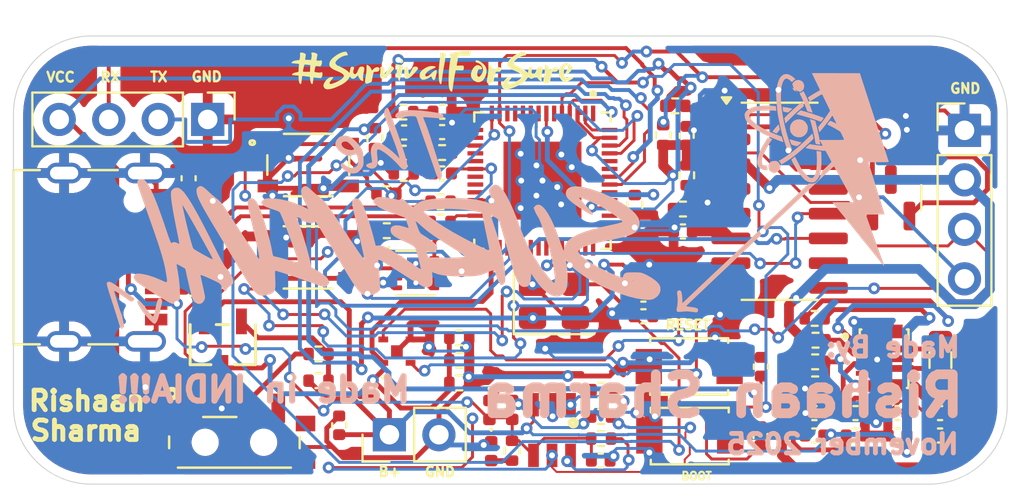
<source format=kicad_pcb>
(kicad_pcb (version 20241229) (generator "pcbnew") (generator_version "9.0")
  (layers (0 "F.Cu" signal) (2 "B.Cu" signal) (13 "F.Paste" user) (15 "B.Paste" user) (5 "F.SilkS" user "F.Silkscreen") (7 "B.SilkS" user "B.Silkscreen") (1 "F.Mask" user) (3 "B.Mask" user) (25 "Edge.Cuts" user))
  (net 0 "")
  (net 1 "+5V")
  (net 2 "B-")
  (net 3 "VOUT_1")
  (net 4 "Net-(C8-Pad2)")
  (net 5 "Net-(U4-CHIP_PU)")
  (net 6 "Net-(U6-VBG)")
  (net 7 "B+")
  (net 8 "Net-(U10-VAUX)")
  (net 9 "Net-(D1-A)")
  (net 10 "Net-(D2-K)")
  (net 11 "Net-(D3-K)")
  (net 12 "Net-(IC1-V1)")
  (net 13 "Net-(IC1-V2)")
  (net 14 "SCL")
  (net 15 "SDA")
  (net 16 "RX_GPS")
  (net 17 "TX_GPS")
  (net 18 "USB_D_UF+")
  (net 19 "Net-(U4-GPIO0)")
  (net 20 "Net-(C14-Pad2)")
  (net 22 "Net-(J6-CC2)")
  (net 23 "Net-(U10-L1)")
  (net 24 "Net-(U10-L2)")
  (net 25 "Net-(Q1-B)")
  (net 26 "Net-(Q1-E)")
  (net 27 "Net-(U6-VFB)")
  (net 31 "Net-(U9-~{CHRG})")
  (net 32 "Net-(U9-PROG)")
  (net 33 "Net-(U9-STDBY)")
  (net 34 "USB_D-")
  (net 35 "Net-(U10-PG)")
  (net 36 "FB")
  (net 37 "Net-(U10-EN)")
  (net 38 "SW_1")
  (net 39 "SW_2")
  (net 41 "USB_D+")
  (net 42 "Net-(J6-CC1)")
  (net 43 "Net-(U4-GPIO12)")
  (net 44 "Net-(U4-GPIO2)")
  (net 46 "XTAL_P")
  (net 59 "LS_PD_SCK")
  (net 62 "LS_DOUT")
  (net 79 "Net-(R20-Pad1)")
  (net 81 "Net-(U1-G)")
  (net 82 "XTAL_N")
  (net 86 "USB_D_UF-")
  (footprint "Resistor_SMD:R_0402_1005Metric" (layer "F.Cu") (at 132.55 91.68)
    (property "Reference" "R4" (hide yes))
    (property "Value" "5.1kΩ" (hide yes))
  )
  (footprint "SKRPACE010_1:SW_SKRPACE010" (layer "F.Cu") (at 138.429849 90.09 180)
    (property "Reference" "S2" (hide yes))
    (property "Value" "SKRPACE010" (hide yes))
  )
  (footprint "SSSS810701:SW_PCM12SMTR" (layer "F.Cu") (at 134.65 99.58)
    (property "Reference" "SW1" (hide yes))
    (property "Value" "PCM12SMTR" (hide yes))
  )
  (footprint "Inductor_SMD:L_0805_2012Metric" (layer "F.Cu") (at 170.885 95.36 90)
    (property "Reference" "L1" (hide yes))
    (property "Value" "1.5uH" (hide yes))
  )
  (footprint "Package_SON:WSON-8-1EP_2x2mm_P0.5mm_EP0.9x1.6mm_ThermalVias" (layer "F.Cu") (at 143.96 90.9)
    (property "Reference" "U3" (hide yes))
    (property "Value" "TMP1075DSG" (hide yes))
  )
  (footprint "Capacitor_SMD:C_0402_1005Metric" (layer "F.Cu") (at 168.685 98.08)
    (property "Reference" "C31" (hide yes))
    (property "Value" "10uF" (hide yes))
  )
  (footprint "LOGO" (layer "F.Cu") (at 144.83 80.61)
    (property "Reference" "G***" (hide yes))
    (property "Value" "LOGO" (hide yes))
  )
  (footprint "LED_SMD:LED_0402_1005Metric" (layer "F.Cu") (at 147.73734 97.92 -90)
    (property "Reference" "D2" (hide yes))
    (property "Value" "LED" (hide yes))
  )
  (footprint "Resistor_SMD:R_0402_1005Metric" (layer "F.Cu") (at 157.67 87.6075)
    (property "Reference" "R6" (hide yes))
    (property "Value" "4.7kΩ" (hide yes))
  )
  (footprint "Capacitor_SMD:C_0402_1005Metric" (layer "F.Cu") (at 161.65 99.26 90)
    (property "Reference" "C14" (hide yes))
    (property "Value" "0.1uF" (hide yes))
  )
  (footprint "Capacitor_SMD:C_0402_1005Metric" (layer "F.Cu") (at 166.525 99.23 180)
    (property "Reference" "C25" (hide yes))
    (property "Value" "0.1uF" (hide yes))
  )
  (footprint "Capacitor_SMD:C_0402_1005Metric" (layer "F.Cu") (at 143.34 84.72 180)
    (property "Reference" "C17" (hide yes))
    (property "Value" "1uF" (hide yes))
  )
  (footprint "Capacitor_SMD:C_0402_1005Metric" (layer "F.Cu") (at 157.67 88.7575 180)
    (property "Reference" "C12" (hide yes))
    (property "Value" "0.1uF" (hide yes))
  )
  (footprint "Resistor_SMD:R_0402_1005Metric" (layer "F.Cu") (at 141.86 83.97 -90)
    (property "Reference" "R37" (hide yes))
    (property "Value" "10kΩ" (hide yes))
  )
  (footprint "Capacitor_SMD:C_0402_1005Metric" (layer "F.Cu") (at 143.36 83.68 180)
    (property "Reference" "C18" (hide yes))
    (property "Value" "1uF" (hide yes))
  )
  (footprint "SKRPACE010_1:SW_SKRPACE010" (layer "F.Cu") (at 138.440152 85.35)
    (property "Reference" "S1" (hide yes))
    (property "Value" "SKRPACE010" (hide yes))
  )
  (footprint "Capacitor_SMD:C_0402_1005Metric" (layer "F.Cu") (at 155.6425 93.111199)
    (property "Reference" "C2" (hide yes))
    (property "Value" "10pF" (hide yes))
  )
  (footprint "Resistor_SMD:R_0402_1005Metric" (layer "F.Cu") (at 156.65648 83.81166 -90)
    (property "Reference" "R9" (hide yes))
    (property "Value" "4.7kΩ" (hide yes))
  )
  (footprint "Resistor_SMD:R_0402_1005Metric" (layer "F.Cu") (at 148.9 100.01 90)
    (property "Reference" "R1" (hide yes))
    (property "Value" "220Ω" (hide yes))
  )
  (footprint "Type C_MOD:KINGHELM_KH-TYPE-C-16P" (layer "F.Cu") (at 125.91 90.08 -90)
    (property "Reference" "J6" (hide yes))
    (property "Value" "KH-TYPE-C-16P" (hide yes))
  )
  (footprint "Capacitor_SMD:C_0402_1005Metric" (layer "F.Cu") (at 161.67 95.7 90)
    (property "Reference" "C8" (hide yes))
    (property "Value" "1uF" (hide yes))
  )
  (footprint "HSFPAR004A1:HSFPAR004A" (layer "F.Cu") (at 142.99 94.9 90)
    (property "Reference" "IC1" (hide yes))
    (property "Value" "HSFPAR004A" (hide yes))
  )
  (footprint "Capacitor_SMD:C_0402_1005Metric" (layer "F.Cu") (at 145.32 82.61)
    (property "Reference" "C19" (hide yes))
    (property "Value" "1uF" (hide yes))
  )
  (footprint "Resistor_SMD:R_0402_1005Metric" (layer "F.Cu") (at 146.19 95.37 180)
    (property "Reference" "R33" (hide yes))
    (property "Value" "10kΩ" (hide yes))
  )
  (footprint "Resistor_SMD:R_0402_1005Metric" (layer "F.Cu") (at 142.45 86.82 180)
    (property "Reference" "R24" (hide yes))
    (property "Value" "10kΩ" (hide yes))
  )
  (footprint "Connector_PinHeader_2.54mm:PinHeader_1x04_P2.54mm_Vertical" (layer "F.Cu") (at 133.28 83.01 -90)
    (property "Reference" "J3" (hide yes))
    (property "Value" "Conn_01x04" (hide yes))
  )
  (footprint "Capacitor_SMD:C_0402_1005Metric" (layer "F.Cu") (at 166.525 98.08 180)
    (property "Reference" "C26" (hide yes))
    (property "Value" "10uF" (hide yes))
  )
  (footprint "ESP32-S3FN8-MOD:ESP32-S3FN8" (layer "F.Cu") (at 150.46 86.15 -90)
    (property "Reference" "U4" (hide yes))
    (property "Value" "ESP32-S3FN8" (hide yes))
  )
  (footprint "Resistor_SMD:R_0402_1005Metric" (layer "F.Cu") (at 157.27648 82.31166 180)
    (property "Reference" "R8" (hide yes))
    (property "Value" "4.7kΩ" (hide yes))
  )
  (footprint "Capacitor_SMD:C_0402_1005Metric" (layer "F.Cu") (at 170.865 98.08)
    (property "Reference" "C27" (hide yes))
    (property "Value" "22uF" (hide yes))
  )
  (footprint "Push Button 1:Push Button" (layer "F.Cu") (at 157.99 95.69 180)
    (property "Reference" "S3" (hide yes))
    (property "Value" "TS-1088-AR02016" (hide yes))
  )
  (footprint "Capacitor_SMD:C_0402_1005Metric" (layer "F.Cu") (at 132.3 86.03 90)
    (property "Reference" "C3" (hide yes))
    (property "Value" "10uF" (hide yes))
  )
  (footprint "TPS63070_2:VREG_TPS63070RNMR" (layer "F.Cu") (at 167.995 95.29)
    (property "Reference" "U10" (hide yes))
    (property "Value" "TPS63070RNMR" (hide yes))
  )
  (footprint "Package_TO_SOT_SMD:SOT-23" (layer "F.Cu") (at 168.34 87.03 90)
    (property "Reference" "Q1" (hide yes))
    (property "Value" "SS8550" (hide yes))
  )
  (footprint "Connector_PinHeader_2.54mm:PinHeader_1x04_P2.54mm_Vertical" (layer "F.Cu") (at 172.12 83.57)
    (property "Reference" "J2" (hide yes))
    (property "Value" "Conn_01x04" (hide yes))
  )
  (footprint "Capacitor_SMD:C_0402_1005Metric" (layer "F.Cu") (at 145.31 83.66)
    (property "Reference" "C15" (hide yes))
    (property "Value" "22uF" (hide yes))
  )
  (footprint "Resistor_SMD:R_0402_1005Metric" (layer "F.Cu") (at 164.475 94.34 180)
    (property "Reference" "R14" (hide yes))
    (property "Value" "100kΩ" (hide yes))
  )
  (footprint "LED_SMD:LED_0402_1005Metric" (layer "F.Cu") (at 147.83 100.035 -90)
    (property "Reference" "D1" (hide yes))
    (property "Value" "LED" (hide yes))
  )
  (footprint "Resistor_SMD:R_0402_1005Metric" (layer "F.Cu") (at 153.47 99.39 180)
    (property "Reference" "R11" (hide yes))
    (property "Value" "2kΩ" (hide yes))
  )
  (footprint "Resistor_SMD:R_0402_1005Metric" (layer "F.Cu") (at 132.3 88.16 -90)
    (property "Reference" "R28" (hide yes))
    (property "Value" "5.1kΩ" (hide yes))
  )
  (footprint "Resistor_SMD:R_0402_1005Metric" (layer "F.Cu") (at 153.47 98.26 180)
    (property "Reference" "R12" (hide yes))
    (property "Value" "1kΩ" (hide yes))
  )
  (footprint "Capacitor_SMD:C_0402_1005Metric" (layer "F.Cu") (at 153.45 100.52)
    (property "Reference" "C23" (hide yes))
    (property "Value" "4.7uF" (hide yes))
  )
  (footprint "Capacitor_SMD:C_0402_1005Metric" (layer "F.Cu") (at 164.415 99.23)
    (property "Reference" "C30" (hide yes))
    (property "Value" "10uF" (hide yes))
  )
  (footprint "Resistor_SMD:R_0402_1005Metric" (layer "F.Cu") (at 143.32 82.63 180)
    (property "Reference" "R30" (hide yes))
    (property "Value" "10kΩ" (hide yes))
  )
  (footprint "Capacitor_SMD:C_0402_1005Metric" (layer "F.Cu") (at 145.31 85.78 180)
    (property "Reference" "C16" (hide yes))
    (property "Value" "0.1uF" (hide yes))
  )
  (footprint "Capacitor_SMD:C_0402_1005Metric" (layer "F.Cu") (at 155.64 92)
    (property "Reference" "C1" (hide yes))
    (property "Value" "10pF" (hide yes))
  )
  (footprint "Resistor_SMD:R_0402_1005Metric" (layer "F.Cu") (at 164.455 95.45 180)
    (property "Reference" "R15" (hide yes))
    (property "Value" "470kΩ" (hide yes))
  )
  (footprint "Resistor_SMD:R_0402_1005Metric" (layer "F.Cu") (at 145.23 87.23)
    (property "Reference" "R2" (hide yes))
    (property "Value" "22Ω" (hide yes))
  )
  (footprint "Resistor_SMD:R_0402_1005Metric" (layer "F.Cu") (at 164.455 96.58)
    (property "Reference" "R16" (hide yes))
    (property "Value" "150kΩ" (hide yes))
  )
  (footprint "Resistor_SMD:R_0402_1005Metric" (layer "F.Cu") (at 138.96648 96.41666)
    (property "Reference" "R21" (hide yes))
    (property "Value" "100kΩ" (hide yes))
  )
  (footprint "AO3401A_12:SOT-23-3L_AOS" (layer "F.Cu") (at 134.05648 94.56666 180)
    (property "Reference" "U1" (hide yes))
    (property "Value" "AO3401A" (hide yes))
  )
  (footprint "Resistor_SMD:R_0402_1005Metric" (layer "F.Cu") (at 157.86 85.875 -90)
    (property "Reference" "R5" (hide yes))
    (property "Value" "4.7kΩ" (hide yes))
  )
  (footprint "Resistor_SMD:R_0402_1005Metric" (layer "F.Cu") (at 164.43 93.22)
    (property "Reference" "R17" (hide yes))
    (property "Value" "10kΩ" (hide yes))
  )
  (footprint "Capacitor_SMD:C_0402_1005Metric" (layer "F.Cu") (at 157.86 83.845 90)
    (property "Reference" "C13" (hide yes))
    (property "Value" "0.1uF" (hide yes))
  )
  (footprint "Push Button 1:Push Button" (layer "F.Cu") (at 158.02 99.26 180)
    (property "Reference" "S4" (hide yes))
    (property "Value" "TS-1088-AR02016" (hide yes))
  )
  (footprint "Resistor_SMD:R_0402_1005Metric" (layer "F.Cu") (at 145.31 84.71 180)
    (property "Reference" "R31" (hide yes))
    (property "Value" "10kΩ" (hide yes))
  )
  (footprint "Resistor_SMD:R_0402_1005Metric" (layer "F.Cu") (at 143.34 85.78)
    (property "Reference" "R35" (hide yes))
    (property "Value" "10kΩ" (hide yes))
  )
  (footprint "Capacitor_SMD:C_0402_1005Metric" (layer "F.Cu") (at 170.865 99.23)
    (property "Reference" "C28" (hide yes))
    (property "Value" "22uF" (hide yes))
  )
  (footprint "Package_SO:SOP-16_3.9x9.9mm_P1.27mm" (layer "F.Cu") (at 162.63 87.21)
    (property "Reference" "U6" (hide yes))
    (property "Value" "HX711" (hide yes))
  )
  (footprint "Crystal:Crystal_SMD_3225-4Pin_3.2x2.5mm" (layer "F.Cu") (at 151.05 92.32)
    (property "Reference" "U5" (hide yes))
    (property "Value" "SMD3225" (hide yes))
  )
  (footprint "Resistor_SMD:R_0402_1005Metric" (layer "F.Cu") (at 153.49 96.9)
    (property "Reference" "R10" (hide yes))
    (property "Value" "1kΩ" (hide yes))
  )
  (footprint "Resistor_SMD:R_0402_1005Metric" (layer "F.Cu") (at 155.2 87.4 90)
    (property "Reference" "R36" (hide yes))
    (property "Value" "10kΩ" (hide yes))
  )
  (footprint "Resistor_SMD:R_0402_1005Metric" (layer "F.Cu") (at 146.19 94.22 180)
    (property "Reference" "R34" (hide yes))
    (property "Value" "10kΩ" (hide yes))
  )
  (footprint "Resistor_SMD:R_0402_1005Metric" (layer "F.Cu") (at 146.19 96.53 180)
    (property "Reference" "R32" (hide yes))
    (property "Value" "10kΩ" (hide yes))
  )
  (footprint "Resistor_SMD:R_0402_1005Metric" (layer "F.Cu") (at 142.47 88.72 180)
    (property "Reference" "R25" (hide yes))
    (property "Value" "10kΩ" (hide yes))
  )
  (footprint "Capacitor_SMD:C_0402_1005Metric" (layer "F.Cu") (at 140.02648 98.70666 90)
    (property "Reference" "C24" (hide yes))
    (property "Value" "10uF" (hide yes))
  )
  (footprint "Resistor_SMD:R_0402_1005Metric" (layer "F.Cu") (at 138.96648 95.04666)
    (property "Reference" "R20" (hide yes))
    (property "Value" "100Ω" (hide yes))
  )
  (footprint "Capacitor_SMD:C_0402_1005Metric" (layer "F.Cu") (at 164.415 98.08)
    (property "Reference" "C29" (hide yes))
    (property "Value" "22uF" (hide yes))
  )
  (footprint "Connector_PinHeader_2.54mm:PinHeader_1x02_P2.54mm_Vertical" (layer "F.Cu") (at 142.605 99.19 90)
    (property "Reference" "J1" (hide yes))
    (property "Value" "Battery" (hide yes))
  )
  (footprint "LED_SMD:LED_0402_1005Metric" (layer "F.Cu") (at 148.90734 97.9175 -90)
    (property "Reference" "D3" (hide yes))
    (property "Value" "LED" (hide yes))
  )
  (footprint "Capacitor_SMD:C_0402_1005Metric" (layer "F.Cu") (at 168.685 99.23)
    (property "Reference" "C32" (hide yes))
    (property "Value" "10uF" (hide yes))
  )
  (footprint "Resistor_SMD:R_0402_1005Metric" (layer "F.Cu") (at 145.23 88.27)
    (property "Reference" "R3" (hide yes))
    (property "Value" "22Ω" (hide yes))
  )
  (footprint "Library:SOT23-6" (layer "F.Cu") (at 150.95 98.9499 180)
    (property "Reference" "U9" (hide yes))
    (property "Value" "TP4057" (hide yes))
  )
  (footprint "LOGO" (layer "B.Cu") (at 142.474653 89.718073 180)
    (property "Reference" "G***" (hide yes))
    (property "Value" "LOGO" (hide yes))
  )
  (footprint "LOGO" (layer "B.Cu") (at 162.83 86.63 180)
    (property "Reference" "G***" (hide yes))
    (property "Value" "LOGO" (hide yes))
  )
  (gr_line (start 170.309851 78.725688) (end 127.309851 78.725688) (stroke (width 0.05)) (layer "Edge.Cuts"))
  (gr_line (start 174.309851 97.725688) (end 174.309851 82.725688) (stroke (width 0.05)) (layer "Edge.Cuts"))
  (gr_arc (start 123.309851 82.725688) (mid 124.481424 79.897261) (end 127.309851 78.725688) (stroke (width 0.05)) (layer "Edge.Cuts"))
  (gr_arc (start 127.309851 101.725688) (mid 124.481424 100.554115) (end 123.309851 97.725688) (stroke (width 0.05)) (layer "Edge.Cuts"))
  (gr_arc (start 170.309851 78.725688) (mid 173.138278 79.897261) (end 174.309851 82.725688) (stroke (width 0.05)) (layer "Edge.Cuts"))
  (gr_arc (start 174.309851 97.725688) (mid 173.138278 100.554115) (end 170.309851 101.725688) (stroke (width 0.05)) (layer "Edge.Cuts"))
  (gr_line (start 127.309851 101.725688) (end 170.309851 101.725688) (stroke (width 0.05)) (layer "Edge.Cuts"))
  (gr_line (start 123.309851 82.725688) (end 123.309851 97.725688) (stroke (width 0.05)) (layer "Edge.Cuts"))
  (gr_text "RX" (at 128.28 80.84 0) (layer "F.SilkS") (effects (font (size 0.5 0.5) (thickness 0.125))))
  (gr_text "GND" (at 133.23 80.82 0) (layer "F.SilkS") (effects (font (size 0.5 0.5) (thickness 0.125))))
  (gr_text "VCC" (at 125.73 80.84 0) (layer "F.SilkS") (effects (font (size 0.5 0.5) (thickness 0.125))))
  (gr_text "RESET" (at 157.92 93.56 0) (layer "F.SilkS") (effects (font (size 0.5 0.5) (thickness 0.125))))
  (gr_text "Rishaan" (at 123.97 98.04 0) (layer "F.SilkS") (effects (font (size 1 1) (thickness 0.25) (bold yes)) (justify left bottom)))
  (gr_text "BOOT" (at 158.37 101.31 0) (layer "F.SilkS") (effects (font (size 0.4 0.4) (thickness 0.1))))
  (gr_text "B+" (at 142.62 101.09 0) (layer "F.SilkS") (effects (font (size 0.5 0.5) (thickness 0.125))))
  (gr_text "TX" (at 130.77 80.83 0) (layer "F.SilkS") (effects (font (size 0.5 0.5) (thickness 0.125))))
  (gr_text "GND" (at 172.16 81.42 0) (layer "F.SilkS") (effects (font (size 0.5 0.5) (thickness 0.125))))
  (gr_text "Sharma" (at 124.06 99.57 0) (layer "F.SilkS") (effects (font (size 1 1) (thickness 0.25) (bold yes)) (justify left bottom)))
  (gr_text "GND" (at 145.2 101.1 0) (layer "F.SilkS") (effects (font (size 0.5 0.5) (thickness 0.125))))
  (gr_text "Rishaan Sharma" (at 172.32 98.36 0) (layer "B.SilkS") (effects (font (size 2 2) (thickness 0.5) (bold yes)) (justify left bottom mirror)))
  (gr_text "Made in INDIA!!!" (at 143.83 97.61 0) (layer "B.SilkS") (effects (font (size 1.25 1.25) (thickness 0.3125) (bold yes)) (justify left bottom mirror)))
  (gr_text "November 2025" (at 171.95 100.26 0) (layer "B.SilkS") (effects (font (size 1 1) (thickness 0.25) (bold yes)) (justify left bottom mirror)))
  (gr_text "Made By:" (at 172.01 95.29 0) (layer "B.SilkS") (effects (font (size 1 1) (thickness 0.25) (bold yes)) (justify left bottom mirror)))
  (segment (start 148.9075 98.295) (end 148.91 98.2925) (width 0.2) (layer "F.Cu") (net 1))
  (segment (start 150.551 99.374) (end 150 99.925) (width 0.15) (layer "F.Cu") (net 1))
  (segment (start 147.74 98.295) (end 148.9075 98.295) (width 0.2) (layer "F.Cu") (net 1))
  (segment (start 150 99.925) (end 150 100.25) (width 0.15) (layer "F.Cu") (net 1))
  (segment (start 135.08 94.65) (end 133.01 94.65) (width 0.15) (layer "F.Cu") (net 1))
  (segment (start 130.635 87.68) (end 131.294306 87.68) (width 0.25) (layer "F.Cu") (net 1))
  (segment (start 147.73734 98.405) (end 146.854282 97.521942) (width 0.15) (layer "F.Cu") (net 1))
  (segment (start 148.90734 99.49266) (end 148.9 99.5) (width 0.15) (layer "F.Cu") (net 1))
  (segment (start 152.97 100.52) (end 152.97 99.4) (width 0.15) (layer "F.Cu") (net 1))
  (segment (start 148.9 99.5) (end 149.25 99.5) (width 0.15) (layer "F.Cu") (net 1))
  (segment (start 130.645699 92.469301) (end 130.635 92.48) (width 0.25) (layer "F.Cu") (net 1))
  (segment (start 132.3 86.674306) (end 132.3 86.51) (width 0.25) (layer "F.Cu") (net 1))
  (segment (start 152.96 99.39) (end 152.944 99.374) (width 0.15) (layer "F.Cu") (net 1))
  (segment (start 131.702849 92.469301) (end 130.645699 92.469301) (width 0.25) (layer "F.Cu") (net 1))
  (segment (start 131.294306 87.68) (end 132.3 86.674306) (width 0.25) (layer "F.Cu") (net 1))
  (segment (start 135.22 94.79) (end 135.08 94.65) (width 0.15) (layer "F.Cu") (net 1))
  (segment (start 152.97 99.4) (end 152.96 99.39) (width 0.15) (layer "F.Cu") (net 1))
  (segment (start 130.635 87.68) (end 130.096719 87.68) (width 0.25) (layer "F.Cu") (net 1))
  (segment (start 139.074707 97.954707) (end 137.49 96.37) (width 0.15) (layer "F.Cu") (net 1))
  (segment (start 129.209 91.589) (end 129.34 91.72) (width 0.25) (layer "F.Cu") (net 1))
  (segment (start 133.01 94.65) (end 132.97 94.69) (width 0.15) (layer "F.Cu") (net 1))
  (segment (start 149.25 99.5) (end 150 100.25) (width 0.15) (layer "F.Cu") (net 1))
  (segment (start 152.944 99.374) (end 150.551 99.374) (width 0.15) (layer "F.Cu") (net 1))
  (segment (start 146.854282 97.521942) (end 146.591942 97.521942) (width 0.15) (layer "F.Cu") (net 1))
  (segment (start 148.90734 98.4025) (end 148.90734 99.49266) (width 0.15) (layer "F.Cu") (net 1))
  (segment (start 137.49 96.37) (end 137.49 96.25) (width 0.15) (layer "F.Cu") (net 1))
  (segment (start 130.096719 87.68) (end 129.209 88.567719) (width 0.25) (layer "F.Cu") (net 1))
  (segment (start 129.209 88.567719) (end 129.209 91.589) (width 0.25) (layer "F.Cu") (net 1))
  (segment (start 139.230001 97.954707) (end 139.074707 97.954707) (width 0.15) (layer "F.Cu") (net 1))
  (via (at 135.22 94.79) (size 0.6) (drill 0.3) (layers "F.Cu" "B.Cu") (net 1))
  (via (at 129.34 91.72) (size 0.6) (drill 0.3) (layers "F.Cu" "B.Cu") (net 1))
  (via (at 132.97 94.69) (size 0.6) (drill 0.3) (layers "F.Cu" "B.Cu") (net 1))
  (via (at 146.591942 97.521942) (size 0.6) (drill 0.3) (layers "F.Cu" "B.Cu") (net 1))
  (via (at 131.702849 92.469301) (size 0.6) (drill 0.3) (layers "F.Cu" "B.Cu") (net 1))
  (via (at 139.230001 97.954707) (size 0.6) (drill 0.3) (layers "F.Cu" "B.Cu") (net 1))
  (via (at 137.49 96.25) (size 0.6) (drill 0.3) (layers "F.Cu" "B.Cu") (net 1))
  (segment (start 146.591942 97.521942) (end 139.662766 97.521942) (width 0.15) (layer "B.Cu") (net 1))
  (segment (start 131.702849 94.262849) (end 131.702849 92.469301) (width 0.15) (layer "B.Cu") (net 1))
  (segment (start 137.49 96.25) (end 137.49 95.14) (width 0.15) (layer "B.Cu") (net 1))
  (segment (start 132.13 94.69) (end 131.702849 94.262849) (width 0.15) (layer "B.Cu") (net 1))
  (segment (start 137.12566 94.77566) (end 135.23434 94.77566) (width 0.15) (layer "B.Cu") (net 1))
  (segment (start 135.23434 94.77566) (end 135.22 94.79) (width 0.15) (layer "B.Cu") (net 1))
  (segment (start 129.34 91.72) (end 130.089301 92.469301) (width 0.25) (layer "B.Cu") (net 1))
  (segment (start 137.49 95.14) (end 137.12566 94.77566) (width 0.15) (layer "B.Cu") (net 1))
  (segment (start 139.662766 97.521942) (end 139.230001 97.954707) (width 0.15) (layer "B.Cu") (net 1))
  (segment (start 132.97 94.69) (end 132.13 94.69) (width 0.15) (layer "B.Cu") (net 1))
  (segment (start 130.089301 92.469301) (end 131.702849 92.469301) (width 0.25) (layer "B.Cu") (net 1))
  (segment (start 168.81645 97.46855) (end 168.205 98.08) (width 0.15) (layer "F.Cu") (net 2))
  (segment (start 142.83 85.78) (end 142.703173 85.78) (width 0.25) (layer "F.Cu") (net 2))
  (segment (start 150.46 86.15) (end 150.46 86.61) (width 0.15) (layer "F.Cu") (net 2))
  (segment (start 130.08 96.75) (end 131.49 96.75) (width 0.2) (layer "F.Cu") (net 2))
  (segment (start 155.945 100.106) (end 155.945 99.26) (width 0.25) (layer "F.Cu") (net 2))
  (segment (start 169.19 83.57) (end 169.16 83.54) (width 0.2) (layer "F.Cu") (net 2))
  (segment (start 144.91 91.15) (end 144.91 90.65) (width 0.2) (layer "F.Cu") (net 2))
  (segment (start 170.385 98.08) (end 170.067194 98.08) (width 0.15) (layer "F.Cu") (net 2))
  (segment (start 147.83 99.55) (end 147.610674 99.55) (width 0.25) (layer "F.Cu") (net 2))
  (segment (start 150.46 85.678526) (end 150.150983 85.369509) (width 0.15) (layer "F.Cu") (net 2))
  (segment (start 167.192192 96.04) (end 166.845 96.04) (width 0.2) (layer "F.Cu") (net 2))
  (segment (start 168.595 95.29) (end 167.942192 95.29) (width 0.2) (layer "F.Cu") (net 2))
  (segment (start 145.15 98.08) (end 146.7 96.53) (width 0.25) (layer "F.Cu") (net 2))
  (segment (start 159.32 93.278173) (end 159.572172 93.026001) (width 0.25) (layer "F.Cu") (net 2))
  (segment (start 163.945 96.58) (end 163.945 96.809) (width 0.2) (layer "F.Cu") (net 2))
  (segment (start 151.43 85.18) (end 151.43 84.81) (width 0.15) (layer "F.Cu") (net 2))
  (segment (start 167.585 98.548926) (end 167.736074 98.548926) (width 0.2) (layer "F.Cu") (net 2))
  (segment (start 134 97.44) (end 134 97.84) (width 0.2) (layer "F.Cu") (net 2))
  (segment (start 140.515152 86.425) (end 140.397186 86.542966) (width 0.25) (layer "F.Cu") (net 2))
  (segment (start 140.754815 89.264966) (end 140.504849 89.015) (width 0.15) (layer "F.Cu") (net 2))
  (segment (start 134.07 100.42) (end 134.351 100.701) (width 0.2) (layer "F.Cu") (net 2))
  (segment (start 133.28 86.93) (end 133.28 83.01) (width 0.2) (layer "F.Cu") (net 2))
  (segment (start 150.46 86.15) (end 150.886116 86.15) (width 0.15) (layer "F.Cu") (net 2))
  (segment (start 153.93 100.52) (end 153.93 100.472822) (width 0.15) (layer "F.Cu") (net 2))
  (segment (start 163.954 98.08) (end 163.954 99.211) (width 0.2) (layer "F.Cu") (net 2))
  (segment (start 134.07 97.91) (end 134.07 100.42) (width 0.2) (layer "F.Cu") (net 2))
  (segment (start 155.915 95.69) (end 154.785 95.69) (width 0.25) (layer "F.Cu") (net 2))
  (segment (start 139.22 86.542966) (end 136.483118 86.542966) (width 0.25) (layer "F.Cu") (net 2))
  (segment (start 136.365152 86.425) (end 136.365152 86.690152) (width 0.25) (layer "F.Cu") (net 2))
  (segment (start 170.067194 98.08) (end 169.455744 97.46855) (width 0.15) (layer "F.Cu") (net 2))
  (segment (start 136.365152 86.051666) (end 137.431712 84.985106) (width 0.25) (layer "F.Cu") (net 2))
  (segment (start 166.455 93.395) (end 166.775 93.395) (width 0.2) (layer "F.Cu") (net 2))
  (segment (start 166.775 93.395) (end 167.27 93.89) (width 0.2) (layer "F.Cu") (net 2))
  (segment (start 144.91 90.65) (end 144.21 90.65) (width 0.2) (layer "F.Cu") (net 2))
  (segment (start 145.15 99.185) (end 145.15 98.08) (width 0.25) (layer "F.Cu") (net 2))
  (segment (start 132.88 96.32) (end 134 97.44) (width 0.2) (layer "F.Cu") (net 2))
  (segment (start 155.915 95.366) (end 155.96 95.321) (width 0.25) (layer "F.Cu") (net 2))
  (segment (start 150.95 97.6498) (end 150.95 98.215) (width 0.15) (layer "F.Cu") (net 2))
  (segment (start 159.81 81.530631) (end 162.529369 81.530631) (width 0.25) (layer "F.Cu") (net 2))
  (segment (start 146.7 94.505) (end 146.53 94.675) (width 0.15) (layer "F.Cu") (net 2))
  (segment (start 136.365152 86.425) (end 136.365152 86.051666) (width 0.25) (layer "F.Cu") (net 2))
  (segment (start 154.785 95.69) (end 154.59 95.495) (width 0.25) (layer "F.Cu") (net 2))
  (segment (start 159.503138 87.845) (end 158.93309 87.274952) (width 0.25) (layer "F.Cu") (net 2))
  (segment (start 150.46 85.889268) (end 149.340732 84.77) (width 0.15) (layer "F.Cu") (net 2))
  (segment (start 167.942192 95.29) (end 167.192192 96.04) (width 0.2) (layer "F.Cu") (net 2))
  (segment (start 153.909 96.176) (end 154.59 95.495) (width 0.25) (layer "F.Cu") (net 2))
  (segment (start 167.736074 98.548926) (end 168.205 98.08) (width 0.2) (layer "F.Cu") (net 2))
  (segment (start 150.46 86.15) (end 150.46 85.678526) (width 0.15) (layer "F.Cu") (net 2))
  (segment (start 163.954 99.211) (end 163.935 99.23) (width 0.2) (layer "F.Cu") (net 2))
  (segment (start 157.19 88.7575) (end 157.19 88.6) (width 0.25) (layer "F.Cu") (net 2))
  (segment (start 156.1225 92.9625) (end 155.16 92) (width 0.2) (layer "F.Cu") (net 2))
  (segment (start 149.340732 87.269268) (end 149.340732 87.56) (width 0.15) (layer "F.Cu") (net 2))
  (segment (start 150.95 98.215) (end 150.98 98.245) (width 0.15) (layer "F.Cu") (net 2))
  (segment (start 151.76 96.176) (end 153.909 96.176) (width 0.25) (layer "F.Cu") (net 2))
  (segment (start 144.91 91.65) (end 144.71 91.65) (width 0.2) (layer "F.Cu") (net 2))
  (segment (start 172.12 83.57) (end 169.19 83.57) (width 0.2) (layer "F.Cu") (net 2))
  (segment (start 145.145 99.19) (end 145.15 99.185) (width 0.25) (layer "F.Cu") (net 2))
  (segment (start 166.845 96.04) (end 167.608914 96.04) (width 0.2) (layer "F.Cu") (net 2))
  (segment (start 142.285287 91.382455) (end 142.492456 91.382455) (width 0.15) (layer "F.Cu") (net 2))
  (segment (start 150.46 86.15) (end 150.46 85.889268) (width 0.15) (layer "F.Cu") (net 2))
  (segment (start 157.19 88.6) (end 157.24 88.55) (width 0.25) (layer "F.Cu") (net 2))
  (segment (start 143.59 94.3) (end 142.99 94.9) (width 0.25) (layer "F.Cu") (net 2))
  (segment (start 150.46 86.61) (end 150.15 86.92) (width 0.15) (layer "F.Cu") (net 2))
  (segment (start 150.46 86.15) (end 151.151942 85.458058) (width 0.15) (layer "F.Cu") (net 2))
  (segment (start 144.71 91.65) (end 143.96 90.9) (width 0.2) (layer "F.Cu") (net 2))
  (segment (start 142.760001 91.65) (end 143.01 91.65) (width 0.15) (layer "F.Cu") (net 2))
  (segment (start 137.798458 99.821542) (end 139.688458 99.821542) (width 0.2) (layer "F.Cu") (net 2))
  (segment (start 150.46 86.41) (end 151.42 87.37) (width 0.15) (layer "F.Cu") (net 2))
  (segment (start 140.232916 100.366) (end 143.969 100.366) (width 0.25) (layer "F.Cu") (net 2))
  (segment (start 155.945 98.745) (end 155.26 98.06) (width 0.25) (layer "F.Cu") (net 2))
  (segment (start 153.93 100.472822) (end 154.110555 100.292267) (width 0.15) (layer "F.Cu") (net 2))
  (segment (start 155.945 98.531) (end 156.23 98.246) (width 0.25) (layer "F.Cu") (net 2))
  (segment (start 158.026646 83.365) (end 158.230823 83.569177) (width 0.25) (layer "F.Cu") (net 2))
  (segment (start 130.635 86.88) (end 130.635 86.335) (width 0.25) (layer "F.Cu") (net 2))
  (segment (start 150.46 86.15) (end 149.37 86.15) (width 0.15) (layer "F.Cu") (net 2))
  (segment (start 145.79 83.72) (end 144.8 84.71) (width 0.25) (layer "F.Cu") (net 2))
  (segment (start 151.65 93.17) (end 152.15 93.17) (width 0.2) (layer "F.Cu") (net 2))
  (segment (start 133.54 87.19) (end 133.28 86.93) (width 0.2) (layer "F.Cu") (net 2))
  (segment (start 150.46 86.15) (end 150.46 86.41) (width 0.15) (layer "F.Cu") (net 2))
  (segment (start 155.16 92) (end 155.16 91.88853) (width 0.2) (layer "F.Cu") (net 2))
  (segment (start 134.351 100.701) (end 136.919 100.701) (width 0.2) (layer "F.Cu") (net 2))
  (segment (start 142.492456 91.382455) (end 142.760001 91.65) (width 0.15) (layer "F.Cu") (net 2))
  (segment (start 167.77 96.201086) (end 167.77 96.69) (width 0.2) (layer "F.Cu") (net 2))
  (segment (start 136.483118 86.542966) (end 136.365152 86.425) (width 0.25) (layer "F.Cu") (net 2))
  (segment (start 142.285286 91.382454) (end 142.285287 91.382455) (width 0.15) (layer "F.Cu") (net 2))
  (segment (start 162.529369 81.530631) (end 162.57 81.49) (width 0.25) (layer "F.Cu") (net 2))
  (segment (start 131.92 96.32) (end 132.88 96.32) (width 0.2) (layer "F.Cu") (net 2))
  (segment (start 149.95 91.47) (end 151.65 93.17) (width 0.2) (layer "F.Cu") (net 2))
  (segment (start 140.504849 89.015) (end 137.365 89.015) (width 0.15) (layer "F.Cu") (net 2))
  (segment (start 142.88 84.7) (end 142.86 84.72) (width 0.25) (layer "F.Cu") (net 2))
  (segment (start 151.151942 85.458058) (end 151.961942 85.458058) (width 0.15) (layer "F.Cu") (net 2))
  (segment (start 143.69 94.3) (end 143.59 94.3) (width 0.25) (layer "F.Cu") (net 2))
  (segment (start 130.635 86.335) (end 130.06 85.76) (width 0.25) (layer "F.Cu") (net 2))
  (segment (start 140.945999 89.264966) (end 140.754815 89.264966) (width 0.15) (layer "F.Cu") (net 2))
  (segment (start 157.19 87.6375) (end 157.16 87.6075) (width 0.25) (layer "F.Cu") (net 2))
  (segment (start 150.46 86.15) (end 151.43 85.18) (width 0.15) (layer "F.Cu") (net 2))
  (segment (start 133.28 83.01) (end 137.38 83.01) (width 0.2) (layer "F.Cu") (net 2))
  (segment (start 147.610674 99.55) (end 147.444025 99.716649) (width 0.25) (layer "F.Cu") (net 2))
  (segment (start 169.455744 97.46855) (end 168.81645 97.46855) (width 0.15) (layer "F.Cu") (net 2))
  (segment (start 157.86 83.365) (end 158.026646 83.365) (width 0.25) (layer "F.Cu") (net 2))
  (segment (start 137.38 83.01) (end 137.44 82.95) (width 0.2) (layer "F.Cu") (net 2))
  (segment (start 155.945 99.26) (end 155.945 98.531) (width 0.25) (layer "F.Cu") (net 2))
  (segment (start 134 97.84) (end 134.07 97.91) (width 0.2) (layer "F.Cu") (net 2))
  (segment (start 150.886116 86.15) (end 151.218058 86.481942) (width 0.15) (layer "F.Cu") (net 2))
  (segment (start 160.13 87.845) (end 159.503138 87.845) (width 0.25) (layer "F.Cu") (net 2))
  (segment (start 139.39048 99.523564) (end 139.688458 99.821542) (width 0.25) (layer "F.Cu") (net 2))
  (segment (start 167.608914 96.04) (end 167.77 96.201086) (width 0.2) (layer "F.Cu") (net 2))
  (segment (start 146.7 95.37) (end 146.7 96.53) (width 0.25) (layer "F.Cu") (net 2))
  (segment (start 144.21 90.65) (end 143.96 90.4) (width 0.2) (layer "F.Cu") (net 2))
  (segment (start 139.39048 98.849756) (end 139.39048 99.523564) (width 0.25) (layer "F.Cu") (net 2))
  (segment (start 146.7 94.22) (end 146.7 94.505) (width 0.15) (layer "F.Cu") (net 2))
  (segment (start 140.013576 98.22666) (end 139.39048 98.849756) (width 0.25) (layer "F.Cu") (net 2))
  (segment (start 136.919 100.701) (end 137.798458 99.821542) (width 0.2) (layer "F.Cu") (net 2))
  (segment (start 140.02648 98.22666) (end 140.013576 98.22666) (width 0.25) (layer "F.Cu") (net 2))
  (segment (start 155.915 95.69) (end 155.915 95.366) (width 0.25) (layer "F.Cu") (net 2))
  (segment (start 143.969 100.366) (end 145.145 99.19) (width 0.25) (layer "F.Cu") (net 2))
  (segment (start 156.1225 93.111199) (end 156.1225 92.9625) (width 0.2) (layer "F.Cu") (net 2))
  (segment (start 137.365 89.015) (end 137.31 89.07) (width 0.15) (layer "F.Cu") (net 2))
  (segment (start 130.635 93.825) (end 130.06 94.4) (width 0.25) (layer "F.Cu") (net 2))
  (segment (start 171.1 82.55) (end 172.12 83.57) (width 0.2) (layer "F.Cu") (net 2))
  (segment (start 130.635 93.28) (end 130.635 93.825) (width 0.25) (layer "F.Cu") (net 2))
  (segment (start 150.46 86.15) (end 149.340732 87.269268) (width 0.15) (layer "F.Cu") (net 2))
  (segment (start 155.16 91.88853) (end 154.690735 91.419265) (width 0.2) (layer "F.Cu") (net 2))
  (segment (start 131.49 96.75) (end 131.92 96.32) (width 0.2) (layer "F.Cu") (net 2))
  (segment (start 157.24 88.55) (end 157.24 87.6875) (width 0.15) (layer "F.Cu") (net 2))
  (segment (start 136.365152 86.690152) (end 136.6 86.925) (width 0.25) (layer "F.Cu") (net 2))
  (segment (start 157.24 87.6875) (end 157.16 87.6075) (width 0.15) (layer "F.Cu") (net 2))
  (segment (start 142.703173 85.78) (end 142.162283 85.23911) (width 0.25) (layer "F.Cu") (net 2))
  (segment (start 145.79 83.66) (end 145.79 83.72) (width 0.25) (layer "F.Cu") (net 2))
  (segment (start 139.688458 99.821542) (end 140.232916 100.366) (width 0.25) (layer "F.Cu") (net 2))
  (segment (start 163.945 96.809) (end 163.935 96.819) (width 0.2) (layer "F.Cu") (net 2))
  (segment (start 169.11 82.83) (end 169.39 82.55) (width 0.2) (layer "F.Cu") (net 2))
  (segment (start 169.39 82.55) (end 171.1 82.55) (width 0.2) (layer "F.Cu") (net 2))
  (segment (start 140.397186 86.542966) (end 139.22 86.542966) (width 0.25) (layer "F.Cu") (net 2))
  (segment (start 142.83 84.75) (end 142.86 84.72) (width 0.25) (layer "F.Cu") (net 2))
  (segment (start 163.645 84.035) (end 163.08 84.6) (width 0.15) (layer "F.Cu") (net 2))
  (segment (start 165.13 84.035) (end 163.645 84.035) (width 0.15) (layer "F.Cu") (net 2))
  (segment (start 159.32 94.2) (end 159.32 93.278173) (width 0.25) (layer "F.Cu") (net 2))
  (segment (start 155.945 99.26) (end 155.945 98.745) (width 0.25) (layer "F.Cu") (net 2))
  (via (at 169.16 83.54) (size 0.6) (drill 0.3) (layers "F.Cu" "B.Cu") (net 2))
  (via (at 157.24 88.55) (size 0.6) (drill 0.3) (layers "F.Cu" "B.Cu") (net 2))
  (via (at 150.98 98.245) (size 0.6) (drill 0.3) (layers "F.Cu" "B.Cu") (net 2))
  (via (at 149.95 91.47) (size 0.6) (drill 0.3) (layers "F.Cu" "B.Cu") (net 2))
  (via (at 133.54 87.19) (size 0.6) (drill 0.3) (layers "F.Cu" "B.Cu") (net 2))
  (via (at 130.08 96.75) (size 0.6) (drill 0.3) (layers "F.Cu" "B.Cu") (net 2))
  (via (at 149.340732 87.56) (size 0.6) (drill 0.3) (layers "F.Cu" "B.Cu") (net 2))
  (via (at 163.954 98.08) (size 0.6) (drill 0.3) (layers "F.Cu" "B.Cu") (net 2))
  (via (at 151.961942 85.458058) (size 0.6) (drill 0.3) (layers "F.Cu" "B.Cu") (net 2))
  (via (at 158.93309 87.274952) (size 0.6) (drill 0.3) (layers "F.Cu" "B.Cu") (net 2))
  (via (at 155.26 98.06) (size 0.6) (drill 0.3) (layers "F.Cu" "B.Cu") (net 2))
  (via (at 163.935 96.819) (size 0.6) (drill 0.3) (layers "F.Cu" "B.Cu") (net 2))
  (via (at 167.637049 95.331825) (size 0.6) (drill 0.3) (layers "F.Cu" "B.Cu") (net 2))
  (via (at 156.23 98.246) (size 0.6) (drill 0.3) (layers "F.Cu" "B.Cu") (net 2))
  (via (at 140.945999 89.264966) (size 0.6) (drill 0.3) (layers "F.Cu" "B.Cu") (net 2))
  (via (at 166.455 93.395) (size 0.6) (drill 0.3) (layers "F.Cu" "B.Cu") (net 2))
  (via (at 159.32 94.2) (size 0.6) (drill 0.3) (layers "F.Cu" "B.Cu") (net 2))
  (via (at 150.46 86.15) (size 0.6) (drill 0.3) (layers "F.Cu" "B.Cu") (net 2))
  (via (at 169.11 82.83) (size 0.6) (drill 0.3) (layers "F.Cu" "B.Cu") (net 2))
  (via (at 150.6 94.775) (size 0.6) (drill 0.3) (layers "F.Cu" "B.Cu") (net 2))
  (via (at 154.036942 92.956942) (size 0.6) (drill 0.3) (layers "F.Cu" "B.Cu") (net 2))
  (via (at 134 97.84) (size 0.6) (drill 0.3) (layers "F.Cu" "B.Cu") (net 2))
  (via (at 155.945 100.106) (size 0.6) (drill 0.3) (layers "F.Cu" "B.Cu") (net 2))
  (via (at 155.94 90.46) (size 0.6) (drill 0.3) (layers "F.Cu" "B.Cu") (net 2))
  (via (at 151.76 96.176) (size 0.6) (drill 0.3) (layers "F.Cu" "B.Cu") (net 2))
  (via (at 155.96 95.321) (size 0.6) (drill 0.3) (layers "F.Cu" "B.Cu") (net 2))
  (via (at 145.82 83.173764) (size 0.6) (drill 0.3) (layers "F.Cu" "B.Cu") (net 2))
  (via (at 133.938312 91.088514) (size 0.6) (drill 0.3) (layers "F.Cu" "B.Cu") (net 2))
  (via (at 151.42 87.37) (size 0.6) (drill 0.3) (layers "F.Cu" "B.Cu") (net 2))
  (via (at 163.08 84.6) (size 0.6) (drill 0.3) (layers "F.Cu" "B.Cu") (net 2))
  (via (at 154.110555 100.292267) (size 0.6) (drill 0.3) (layers "F.Cu" "B.Cu") (net 2))
  (via (at 154.59 95.495) (size 0.6) (drill 0.3) (layers "F.Cu" "B.Cu") (net 2))
  (via (at 142.285286 91.382454) (size 0.6) (drill 0.3) (layers "F.Cu" "B.Cu") (net 2))
  (via (at 146.671 96.215) (size 0.6) (drill 0.3) (layers "F.Cu" "B.Cu") (net 2))
  (via (at 151.218058 86.481942) (size 0.6) (drill 0.3) (layers "F.Cu" "B.Cu") (net 2))
  (via (at 159.572172 93.026001) (size 0.6) (drill 0.3) (layers "F.Cu" "B.Cu") (net 2))
  (via (at 151.43 84.81) (size 0.6) (drill 0.3) (layers "F.Cu" "B.Cu") (net 2))
  (via (at 139.22 86.542966) (size 0.6) (drill 0.3) (layers "F.Cu" "B.Cu") (net 2))
  (via (at 144.63 94.675) (size 0.6) (drill 0.3) (layers "F.Cu" "B.Cu") (net 2))
  (via (at 150.150983 85.369509) (size 0.6) (drill 0.3) (layers "F.Cu" "B.Cu") (net 2))
  (via (at 147.444025 99.716649) (size 0.6) (drill 0.3) (layers "F.Cu" "B.Cu") (net 2))
  (via (at 158.230823 83.569177) (size 0.6) (drill 0.3) (layers "F.Cu" "B.Cu") (net 2))
  (via (at 146.53 94.675) (size 0.6) (drill 0.3) (layers "F.Cu" "B.Cu") (net 2))
  (via (at 137.44 82.95) (size 0.6) (drill 0.3) (layers "F.Cu" "B.Cu") (net 2))
  (via (at 137.31 89.07) (size 0.6) (drill 0.3) (layers "F.Cu" "B.Cu") (net 2))
  (via (at 149.37 86.15) (size 0.6) (drill 0.3) (layers "F.Cu" "B.Cu") (net 2))
  (via (at 150.46 86.15) (size 0.6) (drill 0.3) (layers "F.Cu" "B.Cu") (net 2))
  (via (at 149.340732 84.77) (size 0.6) (drill 0.3) (layers "F.Cu" "B.Cu") (net 2))
  (via (at 142.162283 85.23911) (size 0.6) (drill 0.3) (layers "F.Cu" "B.Cu") (net 2))
  (via (at 162.57 81.49) (size 0.6) (drill 0.3) (layers "F.Cu" "B.Cu") (net 2))
  (via (at 150.15 86.92) (size 0.6) (drill 0.3) (layers "F.Cu" "B.Cu") (net 2))
  (via (at 167.585 98.548926) (size 0.6) (drill 0.3) (layers "F.Cu" "B.Cu") (net 2))
  (via (at 137.431712 84.985106) (size 0.6) (drill 0.3) (layers "F.Cu" "B.Cu") (net 2))
  (via (at 136.6 86.925) (size 0.6) (drill 0.3) (layers "F.Cu" "B.Cu") (net 2))
  (via (at 159.81 81.530631) (size 0.6) (drill 0.3) (layers "F.Cu" "B.Cu") (net 2))
  (via (at 155.19 88.55) (size 0.6) (drill 0.3) (layers "F.Cu" "B.Cu") (net 2))
  (via (at 154.690735 91.419265) (size 0.6) (drill 0.3) (layers "F.Cu" "B.Cu") (net 2))
  (segment (start 162.57 84.09) (end 162.57 81.49) (width 0.15) (layer "B.Cu") (net 2))
  (segment (start 152.324388 98.04) (end 154.390412 98.04) (width 0.15) (layer "B.Cu") (net 2))
  (segment (start 150.134 83.888586) (end 150.134 83.41141) (width 0.15) (layer "B.Cu") (net 2))
  (segment (start 159.572172 91.042172) (end 158.99 90.46) (width 0.25) (layer "B.Cu") (net 2))
  (segment (start 145.671649 99.716649) (end 145.145 99.19) (width 0.25) (layer "B.Cu") (net 2))
  (segment (start 151.075 95.25) (end 153.986389 95.25) (width 0.15) (layer "B.Cu") (net 2))
  (segment (start 159.81 81.530631) (end 158.79 81.530631) (width 0.25) (layer "B.Cu") (net 2))
  (segment (start 159.81 81.530631) (end 159.26 81.530631) (width 0.25) (layer "B.Cu") (net 2))
  (segment (start 136.6 88.36) (end 137.31 89.07) (width 0.25) (layer "B.Cu") (net 2))
  (segment (start 152.138588 98.2258) (end 152.324388 98.04) (width 0.15) (layer "B.Cu") (net 2))
  (segment (start 150.14 83.40541) (end 150.14 82.71) (width 0.15) (layer "B.Cu") (net 2))
  (segment (start 154.276848 99.893152) (end 155.732152 99.893152) (width 0.15) (layer "B.Cu") (net 2))
  (segment (start 155.732152 99.893152) (end 155.945 100.106) (width 0.15) (layer "B.Cu") (net 2))
  (segment (start 163.935 96.819) (end 165.354 96.819) (width 0.2) (layer "B.Cu") (net 2))
  (segment (start 133.938312 91.088514) (end 133.999798 91.027028) (width 0.2) (layer "B.Cu") (net 2))
  (segment (start 147.821 96.215) (end 151.721 96.215) (width 0.25) (layer "B.Cu") (net 2))
  (segment (start 159.572172 93.026001) (end 159.572172 91.042172) (width 0.25) (layer "B.Cu") (net 2))
  (segment (start 137.431712 82.958288) (end 137.44 82.95) (width 0.25) (layer "B.Cu") (net 2))
  (segment (start 154.868588 98.041) (end 154.869588 98.04) (width 0.15) (layer "B.Cu") (net 2))
  (segment (start 150.14 82.71) (end 149.915631 82.485631) (width 0.15) (layer "B.Cu") (net 2))
  (segment (start 150.46 85.4071) (end 150.309 85.2561) (width 0.15) (layer "B.Cu") (net 2))
  (segment (start 158.99 90.46) (end 155.94 90.46) (width 0.25) (layer "B.Cu") (net 2))
  (segment (start 150.6 94.775) (end 151.075 95.25) (width 0.15) (layer "B.Cu") (net 2))
  (segment (start 151.185 98.04) (end 151.475612 98.04) (width 0.15) (layer "B.Cu") (net 2))
  (segment (start 150.134 83.41141) (end 150.14 83.40541) (width 0.15) (layer "B.Cu") (net 2))
  (segment (start 157.24 88.55) (end 157.088739 88.701261) (width 0.15) (layer "B.Cu") (net 2))
  (segment (start 142.162283 85.23911) (end 141.598393 85.803) (width 0.25) (layer "B.Cu") (net 2))
  (segment (start 137.431712 84.985106) (end 137.431712 82.958288) (width 0.25) (layer "B.Cu") (net 2))
  (segment (start 154.110555 100.059445) (end 154.276848 99.893152) (width 0.15) (layer "B.Cu") (net 2))
  (segment (start 154.58 90.9) (end 154.58 92.413884) (width 0.25) (layer "B.Cu") (net 2))
  (segment (start 159.025 81.765631) (end 159.025 87.183042) (width 0.25) (layer "B.Cu") (net 2))
  (segment (start 154.869588 98.04) (end 155.24 98.04) (width 0.15) (layer "B.Cu") (net 2))
  (segment (start 142.285286 91.382454) (end 142.285285 91.382455) (width 0.15) (layer "B.Cu") (net 2))
  (segment (start 163.08 84.6) (end 162.57 84.09) (width 0.15) (layer "B.Cu") (net 2))
  (segment (start 150.98 98.245) (end 151.185 98.04) (width 0.15) (layer "B.Cu") (net 2))
  (segment (start 140.945999 90.283633) (end 140.945999 89.264966) (width 0.15) (layer "B.Cu") (net 2))
  (segment (start 150.309 84.063586) (end 150.134 83.888586) (width 0.15) (layer "B.Cu") (net 2))
  (segment (start 147.821 96.215) (end 146.671 96.215) (width 0.25) (layer "B.Cu") (net 2))
  (segment (start 140.337298 85.803) (end 139.597332 86.542966) (width 0.25) (layer "B.Cu") (net 2))
  (segment (start 145.82 83.173764) (end 145.313764 83.68) (width 0.15) (layer "B.Cu") (net 2))
  (segment (start 154.231388 95.495) (end 154.59 95.495) (width 0.15) (layer "B.Cu") (net 2))
  (segment (start 153.986389 95.25) (end 154.231388 95.495) (width 0.15) (layer "B.Cu") (net 2))
  (segment (start 155.02 90.46) (end 154.58 90.9) (width 0.25) (layer "B.Cu") (net 2))
  (segment (start 142.044821 91.382455) (end 140.945999 90.283633) (width 0.15) (layer "B.Cu") (net 2))
  (segment (start 154.59 95.495) (end 158.025 95.495) (width 0.25) (layer "B.Cu") (net 2))
  (segment (start 157.088739 88.701261) (end 155.341261 88.701261) (width 0.15) (layer "B.Cu") (net 2))
  (segment (start 146.53 94.675) (end 146.306 94.899) (width 0.15) (layer "B.Cu") (net 2))
  (segment (start 154.110555 100.292267) (end 154.110555 100.059445) (width 0.15) (layer "B.Cu") (net 2))
  (segment (start 133.999798 91.027028) (end 133.999798 87.649798) (width 0.2) (layer "B.Cu") (net 2))
  (segment (start 167.083926 98.548926) (end 167.585 98.548926) (width 0.2) (layer "B.Cu") (net 2))
  (segment (start 155.341261 88.701261) (end 155.19 88.55) (width 0.15) (layer "B.Cu") (net 2))
  (segment (start 158.79 81.530631) (end 158.56 81.760631) (width 0.25) (layer "B.Cu") (net 2))
  (segment (start 149.915631 82.485631) (end 146.508133 82.485631) (width 0.15) (layer "B.Cu") (net 2))
  (segment (start 167.637049 95.331825) (end 166.455 94.149776) (width 0.2) (layer "B.Cu") (net 2))
  (segment (start 145.313764 83.68) (end 142.88 83.68) (width 0.15) (layer "B.Cu") (net 2))
  (segment (start 147.444025 99.716649) (end 145.671649 99.716649) (width 0.25) (layer "B.Cu") (net 2))
  (segment (start 154.690735 91.419265) (end 155.550735 91.419265) (width 0.2) (layer "B.Cu") (net 2))
  (segment (start 155.24 98.04) (end 155.26 98.06) (width 0.15) (layer "B.Cu") (net 2))
  (segment (start 165.354 96.819) (end 167.083926 98.548926) (width 0.2) (layer "B.Cu") (net 2))
  (segment (start 142.285285 91.382455) (end 142.044821 91.382455) (width 0.15) (layer "B.Cu") (net 2))
  (segment (start 146.508133 82.485631) (end 145.82 83.173764) (width 0.15) (layer "B.Cu") (net 2))
  (segment (start 158.56 83.24) (end 158.230823 83.569177) (width 0.25) (layer "B.Cu") (net 2))
  (segment (start 146.306 94.899) (end 144.854 94.899) (width 0.15) (layer "B.Cu") (net 2))
  (segment (start 155.94 91.03) (end 155.94 90.46) (width 0.2) (layer "B.Cu") (net 2))
  (segment (start 167.585 95.383874) (end 167.637049 95.331825) (width 0.2) (layer "B.Cu") (net 2))
  (segment (start 151.475612 98.04) (end 151.661412 98.2258) (width 0.15) (layer "B.Cu") (net 2))
  (segment (start 150.309 85.2561) (end 150.309 84.063586) (width 0.15) (layer "B.Cu") (net 2))
  (segment (start 151.661412 98.2258) (end 152.138588 98.2258) (width 0.15) (layer "B.Cu") (net 2))
  (segment (start 136.6 86.925) (end 136.6 88.36) (width 0.25) (layer "B.Cu") (net 2))
  (segment (start 154.390412 98.04) (end 154.391412 98.041) (width 0.15) (layer "B.Cu") (net 2))
  (segment (start 159.26 81.530631) (end 159.025 81.765631) (width 0.25) (layer "B.Cu") (net 2))
  (segment (start 166.455 94.149776) (end 166.455 93.395) (width 0.2) (layer "B.Cu") (net 2))
  (segment (start 158.56 81.760631) (end 158.56 83.24) (width 0.25) (layer "B.Cu") (net 2))
  (segment (start 155.550735 91.419265) (end 155.94 91.03) (width 0.2) (layer "B.Cu") (net 2))
  (segment (start 163.935 96.819) (end 163.935 98.061) (width 0.2) (layer "B.Cu") (net 2))
  (segment (start 167.585 98.548926) (end 167.585 95.383874) (width 0.2) (layer "B.Cu") (net 2))
  (segment (start 133.999798 87.649798) (end 133.54 87.19) (width 0.2) (layer "B.Cu") (net 2))
  (segment (start 163.935 98.061) (end 163.954 98.08) (width 0.2) (layer "B.Cu") (net 2))
  (segment (start 150.46 86.15) (end 150.46 85.4071) (width 0.15) (layer "B.Cu") (net 2))
  (segment (start 154.58 92.413884) (end 154.036942 92.956942) (width 0.25) (layer "B.Cu") (net 2))
  (segment (start 154.391412 98.041) (end 154.868588 98.041) (width 0.15) (layer "B.Cu") (net 2))
  (segment (start 144.854 94.899) (end 144.63 94.675) (width 0.15) (layer "B.Cu") (net 2))
  (segment (start 151.721 96.215) (end 151.76 96.176) (width 0.25) (layer "B.Cu") (net 2))
  (segment (start 139.597332 86.542966) (end 139.22 86.542966) (width 0.25) (layer "B.Cu") (net 2))
  (segment (start 155.94 90.46) (end 155.02 90.46) (width 0.25) (layer "B.Cu") (net 2))
  (segment (start 159.025 87.183042) (end 158.93309 87.274952) (width 0.25) (layer "B.Cu") (net 2))
  (segment (start 158.025 95.495) (end 159.32 94.2) (width 0.25) (layer "B.Cu") (net 2))
  (segment (start 141.598393 85.803) (end 140.337298 85.803) (width 0.25) (layer "B.Cu") (net 2))
  (segment (start 170.715 100.86) (end 171.345 100.23) (width 0.5) (layer "F.Cu") (net 3))
  (segment (start 157.06548 82.291808) (end 156.976628 82.38066) (width 0.5) (layer "F.Cu") (net 3))
  (segment (start 156.999684 80.500315) (end 157.42 80.920631) (width 0.25) (layer "F.Cu") (net 3))
  (segment (start 153.415022 83.95) (end 153.003626 84.361396) (width 0.15) (layer "F.Cu") (net 3))
  (segment (start 170.715 100.86) (end 163.365 100.86) (width 0.5) (layer "F.Cu") (net 3))
  (segment (start 139.437 89.81) (end 139.087 90.16) (width 0.15) (layer "F.Cu") (net 3))
  (segment (start 132.86046 95.76046) (end 134.05648 95.76046) (width 0.15) (layer "F.Cu") (net 3))
  (segment (start 170.176 97.311) (end 169.555 96.69) (width 0.5) (layer "F.Cu") (net 3))
  (segment (start 163.945 95.45) (end 163.945 94.36) (width 0.5) (layer "F.Cu") (net 3))
  (segment (start 132.54858 92.43646) (end 132.12 92.86504) (width 0.15) (layer "F.Cu") (net 3))
  (segment (start 141.714 93.856) (end 143.22 92.35) (width 0.25) (layer "F.Cu") (net 3))
  (segment (start 152.26 83.11) (end 153.1 83.95) (width 0.15) (layer "F.Cu") (net 3))
  (segment (start 142.98 88.72) (end 143.206 88.946) (width 0.25) (layer "F.Cu") (net 3))
  (segment (start 142.29 95.86) (end 142.29 95.5) (width 0.25) (layer "F.Cu") (net 3))
  (segment (start 141.76 96.39) (end 143.19 97.82) (width 0.25) (layer "F.Cu") (net 3))
  (segment (start 143.85 82.61) (end 143.83 82.63) (width 0.25) (layer "F.Cu") (net 3))
  (segment (start 139.087 90.16) (end 135.68 90.16) (width 0.15) (layer "F.Cu") (net 3))
  (segment (start 147.824 89.595) (end 147.449 89.22) (width 0.25) (layer "F.Cu") (net 3))
  (segment (start 171.345 100.23) (end 171.345 99.23) (width 0.5) (layer "F.Cu") (net 3))
  (segment (start 146.156 88.946) (end 145.22 88.946) (width 0.25) (layer "F.Cu") (net 3))
  (segment (start 157.06548 81.880188) (end 157.06548 82.291808) (width 0.5) (layer "F.Cu") (net 3))
  (segment (start 134.05648 95.76046) (end 129.14046 95.76046) (width 0.25) (layer "F.Cu") (net 3))
  (segment (start 157.86 84.325) (end 157.86 85.365) (width 0.5) (layer "F.Cu") (net 3))
  (segment (start 162.753 96.619528) (end 163.922528 95.45) (width 0.5) (layer "F.Cu") (net 3))
  (segment (start 132.12 92.86504) (end 132.12 95.02) (width 0.15) (layer "F.Cu") (net 3))
  (segment (start 156.769608 80.500315) (end 156.999684 80.500315) (width 0.25) (layer "F.Cu") (net 3))
  (segment (start 143.19 97.82) (end 144.77219 97.82) (width 0.25) (layer "F.Cu") (net 3))
  (segment (start 136.48148 95.35166) (end 136.07268 95.76046) (width 0.25) (layer "F.Cu") (net 3))
  (segment (start 144.77219 97.82) (end 145.68 96.91219) (width 0.25) (layer "F.Cu") (net 3))
  (segment (start 142.96 86.82) (end 142.96 86.67) (width 0.15) (layer "F.Cu") (net 3))
  (segment (start 153.015 87.55) (end 153.905 87.55) (width 0.15) (layer "F.Cu") (net 3))
  (segment (start 144.84 82.61) (end 144.84 83.65) (width 0.25) (layer "F.Cu") (net 3))
  (segment (start 144.84 82.61) (end 143.85 82.61) (width 0.25) (layer "F.Cu") (net 3))
  (segment (start 171.345 99.23) (end 171.345 98.08) (width 0.5) (layer "F.Cu") (net 3))
  (segment (start 143.82 84.72) (end 143.82 85.75) (width 0.25) (layer "F.Cu") (net 3))
  (segment (start 143.206 88.946) (end 145.22 88.946) (width 0.25) (layer "F.Cu") (net 3))
  (segment (start 136.07268 95.76046) (end 134.05648 95.76046) (width 0.25) (layer "F.Cu") (net 3))
  (segment (start 142.855 86.925) (end 142.96 86.82) (width 0.15) (layer "F.Cu") (net 3))
  (segment (start 128.61 85.54) (end 126.08 83.01) (width 0.25) (layer "F.Cu") (net 3))
  (segment (start 152.982414 87.517414) (end 153.015 87.55) (width 0.15) (layer "F.Cu") (net 3))
  (segment (start 147.378 92.35) (end 147.824 91.904) (width 0.25) (layer "F.Cu") (net 3))
  (segment (start 157.613785 80.920631) (end 158.068154 81.375) (width 0.25) (layer "F.Cu") (net 3))
  (segment (start 168.243999 97.316) (end 168.52 97.039999) (width 0.25) (layer "F.Cu") (net 3))
  (segment (start 152.982414 87.496197) (end 152.982414 87.517414) (width 0.15) (layer "F.Cu") (net 3))
  (segment (start 147.824 91.904) (end 147.824 89.595) (width 0.25) (layer "F.Cu") (net 3))
  (segment (start 156.976628 82.38066) (end 156.83548 82.38066) (width 0.5) (layer "F.Cu") (net 3))
  (segment (start 168.3575 86.11) (end 168.34 86.0925) (width 0.25) (layer "F.Cu") (net 3))
  (segment (start 153.905 83.95) (end 153.415022 83.95) (width 0.15) (layer "F.Cu") (net 3))
  (segment (start 163.48 92.17) (end 163.11 92.54) (width 0.5) (layer "F.Cu") (net 3))
  (segment (start 169.555 96.69) (end 168.52 96.69) (width 0.5) (layer "F.Cu") (net 3))
  (segment (start 166.045 98.08) (end 164.895 98.08) (width 0.5) (layer "F.Cu") (net 3))
  (segment (start 156.65982 84.325) (end 156.65648 84.32166) (width 0.5) (layer "F.Cu") (net 3))
  (segment (start 133.40354 92.43646) (end 132.54858 92.43646) (width 0.15) (layer "F.Cu") (net 3))
  (segment (start 143.84 84.7) (end 143.82 84.72) (width 0.25) (layer "F.Cu") (net 3))
  (segment (start 153.905 83.55) (end 153.015022 83.55) (width 0.15) (layer "F.Cu") (net 3))
  (segment (start 153.003626 84.361396) (end 153.003626 84.604679) (width 0.15) (layer "F.Cu") (net 3))
  (segment (start 153.015022 83.55) (end 152.66 83.194978) (width 0.15) (layer "F.Cu") (net 3))
  (segment (start 163.922528 95.45) (end 163.945 95.45) (width 0.5) (layer "F.Cu") (net 3))
  (segment (start 129.14046 95.76046) (end 128.61 95.23) (width 0.25) (layer "F.Cu") (net 3))
  (segment (start 152.26 82.705) (end 152.66 82.705) (width 0.15) (layer "F.Cu") (net 3))
  (segment (start 157.42 80.920631) (end 157.613785 80.920631) (width 0.25) (layer "F.Cu") (net 3))
  (segment (start 143.84 83.68) (end 143.84 84.7) (width 0.25) (layer "F.Cu") (net 3))
  (segment (start 142.29 95.5) (end 141.714 94.924) (width 0.25) (layer "F.Cu") (net 3))
  (segment (start 156.415707 80.146414) (end 156.769608 80.500315) (width 0.25) (layer "F.Cu") (net 3))
  (segment (start 157.86 85.365) (end 160.07 85.365) (width 0.5) (layer "F.Cu") (net 3))
  (segment (start 147.449 89.22) (end 146.43 89.22) (width 0.25) (layer "F.Cu") (net 3))
  (segment (start 156.65648 84.32166) (end 156.65648 85.385824) (width 0.5) (layer "F.Cu") (net 3))
  (segment (start 128.61 95.23) (end 128.61 85.54) (width 0.25) (layer "F.Cu") (net 3))
  (segment (start 143.22 92.35) (end 147.378 92.35) (width 0.25) (layer "F.Cu") (net 3))
  (segment (start 145.68 94.22) (end 145.68 95.37) (width 0.25) (layer "F.Cu") (net 3))
  (segment (start 156.83548 82.38066) (end 156.76648 82.31166) (width 0.5) (layer "F.Cu") (net 3))
  (segment (start 170.885999 97.311) (end 170.176 97.311) (width 0.5) (layer "F.Cu") (net 3))
  (segment (start 171.345 97.770001) (end 170.885999 97.311) (width 0.5) (layer "F.Cu") (net 3))
  (segment (start 160.13 85.305) (end 160.885 85.305) (width 0.5) (layer "F.Cu") (net 3))
  (segment (start 147.015 85.55) (end 147.806788 85.55) (width 0.15) (layer "F.Cu") (net 3))
  (segment (start 163.945 94.36) (end 163.965 94.34) (width 0.5) (layer "F.Cu") (net 3))
  (segment (start 141.76 96.39) (end 142.29 95.86) (width 0.25) (layer "F.Cu") (net 3))
  (segment (start 142.71 86.925) (end 142.855 86.925) (width 0.15) (layer "F.Cu") (net 3))
  (segment (start 163.887528 94.34) (end 163.965 94.34) (width 0.5) (layer "F.Cu") (net 3))
  (segment (start 157.86 84.325) (end 156.65982 84.325) (width 0.5) (layer "F.Cu") (net 3))
  (segment (start 160.885 85.305) (end 162.11 86.53) (width 0.5) (layer "F.Cu") (net 3))
  (segment (start 172.12 86.11) (end 168.3575 86.11) (width 0.25) (layer "F.Cu") (net 3))
  (segment (start 135.68 90.16) (end 133.40354 92.43646) (width 0.15) (layer "F.Cu") (net 3))
  (segment (start 147.806788 85.55) (end 147.830856 85.525932) (width 0.15) (layer "F.Cu") (net 3))
  (segment (start 152.66 83.194978) (end 152.66 82.705) (width 0.15) (layer "F.Cu") (net 3))
  (segment (start 166.045 97.770001) (end 166.499001 97.316) (width 0.25) (layer "F.Cu") (net 3))
  (segment (start 146.43 89.22) (end 146.156 88.946) (width 0.25) (layer "F.Cu") (net 3))
  (segment (start 157.405008 81.54066) (end 157.06548 81.880188) (width 0.5) (layer "F.Cu") (net 3))
  (segment (start 145.68 96.91219) (end 145.68 96.53) (width 0.25) (layer "F.Cu") (net 3))
  (segment (start 163.365 100.86) (end 162.753 100.248) (width 0.5) (layer "F.Cu") (net 3))
  (segment (start 168.52 97.039999) (end 168.52 96.69) (width 0.25) (layer "F.Cu") (net 3))
  (segment (start 152.26 82.705) (end 152.26 83.11) (width 0.15) (layer "F.Cu") (net 3))
  (segment (start 156.65648 85.385824) (end 157.155368 85.884712) (width 0.5) (layer "F.Cu") (net 3))
  (segment (start 158.068154 81.375) (end 157.902494 81.54066) (width 0.5) (layer "F.Cu") (net 3))
  (segment (start 144.84 83.65) (end 144.83 83.66) (width 0.25) (layer "F.Cu") (net 3))
  (segment (start 166.045 98.08) (end 166.045 97.770001) (width 0.25) (layer "F.Cu") (net 3))
  (segment (start 144.91 90.15) (end 144.91 89.256) (width 0.2) (layer "F.Cu") (net 3))
  (segment (start 163.11 92.54) (end 163.11 93.562472) (width 0.5) (layer "F.Cu") (net 3))
  (segment (start 126.08 83.01) (end 125.66 83.01) (width 0.25) (layer "F.Cu") (net 3))
  (segment (start 146.02 85.55) (end 147.015 85.55) (width 0.15) (layer "F.Cu") (net 3))
  (segment (start 145.79 85.78) (end 146.02 85.55) (width 0.15) (layer "F.Cu") (net 3))
  (segment (start 166.499001 97.316) (end 168.243999 97.316) (width 0.25) (layer "F.Cu") (net 3))
  (segment (start 157.902494 81.54066) (end 157.405008 81.54066) (width 0.5) (layer "F.Cu") (net 3))
  (segment (start 141.52 84.82) (end 141.52 85.41) (width 0.15) (layer "F.Cu") (net 3))
  (segment (start 143.82 85.75) (end 143.85 85.78) (width 0.25) (layer "F.Cu") (net 3))
  (segment (start 132.12 95.02) (end 132.86046 95.76046) (width 0.15) (layer "F.Cu") (net 3))
  (segment (start 141.714 94.924) (end 141.714 93.856) (width 0.25) (layer "F.Cu") (net 3))
  (segment (start 143.82 85.77) (end 143.83 85.78) (width 0.25) (layer "F.Cu") (net 3))
  (segment (start 144.91 89.256) (end 145.22 88.946) (width 0.2) (layer "F.Cu") (net 3))
  (segment (start 142.96 86.67) (end 143.85 85.78) (width 0.15) (layer "F.Cu") (net 3))
  (segment (start 141.52 85.41) (end 142.93 86.82) (width 0.15) (layer "F.Cu") (net 3))
  (segment (start 153.1 83.95) (end 153.905 83.95) (width 0.15) (layer "F.Cu") (net 3))
  (segment (start 145.68 95.37) (end 145.68 96.53) (width 0.25) (layer "F.Cu") (net 3))
  (segment (start 162.753 100.248) (end 162.753 96.619528) (width 0.5) (layer "F.Cu") (net 3))
  (segment (start 141.86 84.48) (end 141.52 84.82) (width 0.15) (layer "F.Cu") (net 3))
  (segment (start 142.93 86.82) (end 142.96 86.82) (width 0.15) (layer "F.Cu") (net 3))
  (segment (start 163.11 93.562472) (end 163.887528 94.34) (width 0.5) (layer "F.Cu") (net 3))
  (segment (start 143.83 83.67) (end 143.84 83.68) (width 0.25) (layer "F.Cu") (net 3))
  (segment (start 142.96 86.82) (end 142.96 86.65) (width 0.25) (layer "F.Cu") (net 3))
  (segment (start 160.07 85.365) (end 160.13 85.305) (width 0.5) (layer "F.Cu") (net 3))
  (segment (start 143.83 82.63) (end 143.83 83.67) (width 0.25) (layer "F.Cu") (net 3))
  (via (at 157.155368 85.884712) (size 0.6) (drill 0.3) (layers "F.Cu" "B.Cu") (net 3))
  (via (at 158.068154 81.375) (size 0.6) (drill 0.3) (layers "F.Cu" "B.Cu") (net 3))
  (via (at 142.71 86.925) (size 0.6) (drill 0.3) (layers "F.Cu" "B.Cu") (net 3))
  (via (at 141.76 96.39) (size 0.6) (drill 0.3) (layers "F.Cu" "B.Cu") (net 3))
  (via (at 153.003626 84.604679) (size 0.6) (drill 0.3) (layers "F.Cu" "B.Cu") (net 3))
  (via (at 152.982414 87.496197) (size 0.6) (drill 0.3) (layers "F.Cu" "B.Cu") (net 3))
  (via (at 156.415707 80.146414) (size 0.6) (drill 0.3) (layers "F.Cu" "B.Cu") (net 3))
  (via (at 147.830856 85.525932) (size 0.6) (drill 0.3) (layers "F.Cu" "B.Cu") (net 3))
  (via (at 139.437 89.81) (size 0.6) (drill 0.3) (layers "F.Cu" "B.Cu") (net 3))
  (via (at 136.48148 95.35166) (size 0.6) (drill 0.3) (layers "F.Cu" "B.Cu") (net 3))
  (via (at 162.11 86.53) (size 0.6) (drill 0.3) (layers "F.Cu" "B.Cu") (net 3))
  (via (at 163.48 92.17) (size 0.6) (drill 0.3) (layers "F.Cu" "B.Cu") (net 3))
  (segment (start 156.415707 80.146414) (end 156.138121 80.424) (width 0.2) (layer "B.Cu") (net 3))
  (segment (start 155.785894 80.424) (end 155.694156 80.515738) (width 0.2) (layer "B.Cu") (net 3))
  (segment (start 141.03 97.12) (end 140.75816 97.12) (width 0.25) (layer "B.Cu") (net 3))
  (segment (start 172.658892 92.491) (end 173.421 91.728892) (width 0.5) (layer "B.Cu") (net 3))
  (segment (start 139.97 89.277) (end 139.97 88.0129) (width 0.15) (layer "B.Cu") (net 3))
  (segment (start 137.07666 97.08666) (end 136.48148 96.49148) (width 0.25) (layer "B.Cu") (net 3))
  (segment (start 153.999264 80.903369) (end 152.986413 80.903369) (width 0.2) (layer "B.Cu") (net 3))
  (segment (start 140.75816 97.12) (end 140.72482 97.08666) (width 0.25) (layer "B.Cu") (net 3))
  (segment (start 141.11728 80.91) (end 127.76 80.91) (width 0.2) (layer "B.Cu") (net 3))
  (segment (start 155.914269 86.295197) (end 155.909466 86.3) (width 0.15) (layer "B.Cu") (net 3))
  (segment (start 152.982414 87.496197) (end 153.091217 87.605) (width 0.15) (layer "B.Cu") (net 3))
  (segment (start 156.391445 86.295197) (end 155.914269 86.295197) (width 0.15) (layer "B.Cu") (net 3))
  (segment (start 142.368956 80.778) (end 141.31999 80.778) (width 0.2) (layer "B.Cu") (net 3))
  (segment (start 156.138121 80.424) (end 155.785894 80.424) (width 0.2) (layer "B.Cu") (net 3))
  (segment (start 141.31999 80.778) (end 141.31899 80.779) (width 0.2) (layer "B.Cu") (net 3))
  (segment (start 147.830856 86.304144) (end 147.830856 85.525932) (width 0.15) (layer "B.Cu") (net 3))
  (segment (start 156.396248 86.3) (end 156.391445 86.295197) (width 0.15) (layer "B.Cu") (net 3))
  (segment (start 171.581108 92.491) (end 172.658892 92.491) (width 0.5) (layer "B.Cu") (net 3))
  (segment (start 163.48 92.17) (end 164.97 90.68) (width 0.5) (layer "B.Cu") (net 3))
  (segment (start 153.091217 87.605) (end 156.233642 87.605) (width 0.15) (layer "B.Cu") (net 3))
  (segment (start 156.233642 87.605) (end 157.16 86.678642) (width 0.15) (layer "B.Cu") (net 3))
  (segment (start 157.415553 85.624527) (end 157.155368 85.884712) (width 0.25) (layer "B.Cu") (net 3))
  (segment (start 164.97 90.68) (end 169.770108 90.68) (width 0.5) (layer "B.Cu") (net 3))
  (segment (start 162.11 86.53) (end 162.53 86.11) (width 0.5) (layer "B.Cu") (net 3))
  (segment (start 157.42 82.023154) (end 157.42 82.807363) (width 0.25) (layer "B.Cu") (net 3))
  (segment (start 146.912778 87.222222) (end 147.830856 86.304144) (width 0.15) (layer "B.Cu") (net 3))
  (segment (start 158.068154 81.375) (end 157.42 82.023154) (width 0.25) (layer "B.Cu") (net 3))
  (segment (start 152.638675 80.555631) (end 142.591325 80.555631) (width 0.2) (layer "B.Cu") (net 3))
  (segment (start 140.72482 97.08666) (end 137.07666 97.08666) (width 0.25) (layer "B.Cu") (net 3))
  (segment (start 127.76 80.91) (end 125.66 83.01) (width 0.2) (layer "B.Cu") (net 3))
  (segment (start 157.16 86.678642) (end 157.16 85.889344) (width 0.15) (layer "B.Cu") (net 3))
  (segment (start 141.4279 86.555) (end 142.34 86.555) (width 0.15) (layer "B.Cu") (net 3))
  (segment (start 155.909466 86.3) (end 154.698947 86.3) (width 0.15) (layer "B.Cu") (net 3))
  (segment (start 142.34 86.555) (end 142.71 86.925) (width 0.15) (layer "B.Cu") (net 3))
  (segment (start 157.16 85.889344) (end 157.155368 85.884712) (width 0.15) (layer "B.Cu") (net 3))
  (segment (start 157.42 82.807363) (end 157.415553 82.81181) (width 0.25) (layer "B.Cu") (net 3))
  (segment (start 162.53 86.11) (end 172.12 86.11) (width 0.5) (layer "B.Cu") (net 3))
  (segment (start 154.194895 81.099) (end 153.999264 80.903369) (width 0.2) (layer "B.Cu") (net 3))
  (segment (start 154.698947 86.3) (end 153.003626 84.604679) (width 0.15) (layer "B.Cu") (net 3))
  (segment (start 136.48148 96.49148) (end 136.48148 95.35166) (width 0.25) (layer "B.Cu") (net 3))
  (segment (start 142.591325 80.555631) (end 142.368956 80.778) (width 0.2) (layer "B.Cu") (net 3))
  (segment (start 139.437 89.81) (end 139.97 89.277) (width 0.15) (layer "B.Cu") (net 3))
  (segment (start 169.770108 90.68) (end 171.581108 92.491) (width 0.5) (layer "B.Cu") (net 3))
  (segment (start 173.421 87.411) (end 172.12 86.11) (width 0.5) (layer "B.Cu") (net 3))
  (segment (start 173.421 91.728892) (end 173.421 87.411) (width 0.5) (layer "B.Cu") (net 3))
  (segment (start 141.76 96.39) (end 141.03 97.12) (width 0.25) (layer "B.Cu") (net 3))
  (segment (start 157.155368 85.884712) (end 156.74008 86.3) (width 0.15) (layer "B.Cu") (net 3))
  (segment (start 139.97 88.0129) (end 141.4279 86.555) (width 0.15) (layer "B.Cu") (net 3))
  (segment (start 155.694156 80.515738) (end 155.369319 80.515738) (width 0.2) (layer "B.Cu") (net 3))
  (segment (start 157.415553 82.81181) (end 157.415553 85.624527) (width 0.25) (layer "B.Cu") (net 3))
  (segment (start 141.31899 80.779) (end 141.24828 80.779) (width 0.2) (layer "B.Cu") (net 3))
  (segment (start 156.74008 86.3) (end 156.396248 86.3) (width 0.15) (layer "B.Cu") (net 3))
  (segment (start 152.986413 80.903369) (end 152.638675 80.555631) (width 0.2) (layer "B.Cu") (net 3))
  (segment (start 141.24828 80.779) (end 141.11728 80.91) (width 0.2) (layer "B.Cu") (net 3))
  (segment (start 142.71 86.925) (end 143.007222 87.222222) (width 0.15) (layer "B.Cu") (net 3))
  (segment (start 154.786057 81.099) (end 154.194895 81.099) (width 0.2) (layer "B.Cu") (net 3))
  (segment (start 155.369319 80.515738) (end 154.786057 81.099) (width 0.2) (layer "B.Cu") (net 3))
  (segment (start 143.007222 87.222222) (end 146.912778 87.222222) (width 0.15) (layer "B.Cu") (net 3))
  (segment (start 161.67 95.22) (end 160.535 95.22) (width 0.25) (layer "F.Cu") (net 4))
  (segment (start 160.535 95.22) (end 160.065 95.69) (width 0.25) (layer "F.Cu") (net 4))
  (segment (start 153.68962 82.295025) (end 153.68962 82.23962) (width 0.15) (layer "F.Cu") (net 5))
  (segment (start 141.86 83.46) (end 141.37 83.46) (width 0.15) (layer "F.Cu") (net 5))
  (segment (start 151.86 82.215022) (end 151.86 82.705) (width 0.15) (layer "F.Cu") (net 5))
  (segment (start 161.32 97.02) (end 161.67 96.67) (width 0.15) (layer "F.Cu") (net 5))
  (segment (start 154.016851 82.622256) (end 153.68962 82.295025) (width 0.15) (layer "F.Cu") (net 5))
  (segment (start 161.67 96.67) (end 161.67 96.18) (width 0.15) (layer "F.Cu") (net 5))
  (segment (start 141.37 83.46) (end 141.31 83.52) (width 0.15) (layer "F.Cu") (net 5))
  (segment (start 152.051022 82.024) (end 151.86 82.215022) (width 0.15) (layer "F.Cu") (net 5))
  (segment (start 153.68962 82.23962) (end 153.474 82.024) (width 0.15) (layer "F.Cu") (net 5))
  (segment (start 153.474 82.024) (end 152.051022 82.024) (width 0.15) (layer "F.Cu") (net 5))
  (via (at 141.31 83.52) (size 0.6) (drill 0.3) (layers "F.Cu" "B.Cu") (net 5))
  (via (at 161.32 97.02) (size 0.6) (drill 0.3) (layers "F.Cu" "B.Cu") (net 5))
  (via (at 154.016851 82.622256) (size 0.6) (drill 0.3) (layers "F.Cu" "B.Cu") (net 5))
  (segment (start 153.500964 82.106369) (end 152.488113 82.106369) (width 0.2) (layer "B.Cu") (net 5))
  (segment (start 138.467154 85.803892) (end 138.467154 86.696108) (width 0.25) (layer "B.Cu") (net 5))
  (segment (start 138.461 85.797738) (end 138.467154 85.803892) (width 0.25) (layer "B.Cu") (net 5))
  (segment (start 140.355 83.515) (end 138.461 85.409) (width 0.25) (layer "B.Cu") (net 5))
  (segment (start 140.36 83.52) (end 140.355 83.515) (width 0.15) (layer "B.Cu") (net 5))
  (segment (start 138.461 94.331) (end 139.169 95.039) (width 0.25) (layer "B.Cu") (net 5))
  (segment (start 141.183744 95.2) (end 141.766778 95.2) (width 0.25) (layer "B.Cu") (net 5))
  (segment (start 161.14 96.84) (end 161.32 97.02) (width 0.25) (layer "B.Cu") (net 5))
  (segment (start 139.169 95.039) (end 141.022744 95.039) (width 0.25) (layer "B.Cu") (net 5))
  (segment (start 141.51 83.338256) (end 141.51 83.515) (width 0.2) (layer "B.Cu") (net 5))
  (segment (start 154.016851 82.622256) (end 153.500964 82.106369) (width 0.2) (layer "B.Cu") (net 5))
  (segment (start 143.11 96.84) (end 161.14 96.84) (width 0.25) (layer "B.Cu") (net 5))
  (segment (start 152.488113 82.106369) (end 152.140375 81.758631) (width 0.2) (layer "B.Cu") (net 5))
  (segment (start 138.461 85.409) (end 138.461 85.797738) (width 0.25) (layer "B.Cu") (net 5))
  (segment (start 152.140375 81.758631) (end 143.089625 81.758631) (width 0.2) (layer "B.Cu") (net 5))
  (segment (start 138.461 86.702262) (end 138.461 94.331) (width 0.25) (layer "B.Cu") (net 5))
  (segment (start 138.467154 86.696108) (end 138.461 86.702262) (width 0.25) (layer "B.Cu") (net 5))
  (segment (start 141.022744 95.039) (end 141.183744 95.2) (width 0.25) (layer "B.Cu") (net 5))
  (segment (start 141.31 83.52) (end 140.36 83.52) (width 0.15) (layer "B.Cu") (net 5))
  (segment (start 142.58 96.013222) (end 142.58 96.31) (width 0.25) (layer "B.Cu") (net 5))
  (segment (start 141.51 83.515) (end 140.355 83.515) (width 0.2) (layer "B.Cu") (net 5))
  (segment (start 141.766778 95.2) (end 142.58 96.013222) (width 0.25) (layer "B.Cu") (net 5))
  (segment (start 142.58 96.31) (end 143.11 96.84) (width 0.25) (layer "B.Cu") (net 5))
  (segment (start 143.089625 81.758631) (end 141.51 83.338256) (width 0.2) (layer "B.Cu") (net 5))
  (segment (start 159.7725 88.7575) (end 160.13 89.115) (width 0.5) (layer "F.Cu") (net 6))
  (segment (start 158.15 88.7575) (end 159.7725 88.7575) (width 0.5) (layer "F.Cu") (net 6))
  (segment (start 133.10398 93.37286) (end 134.11018 92.36666) (width 0.25) (layer "F.Cu") (net 7))
  (segment (start 140.02648 99.18666) (end 142.60166 99.18666) (width 0.25) (layer "F.Cu") (net 7))
  (segment (start 140.76566 97.35066) (end 142.605 99.19) (width 0.25) (layer "F.Cu") (net 7))
  (segment (start 140.54648 92.80666) (end 140.54648 96.68666) (width 0.25) (layer "F.Cu") (net 7))
  (segment (start 164.94 93.22) (end 165.391 92.769) (width 0.25) (layer "F.Cu") (net 7))
  (segment (start 138.45648 96.41666) (end 139.39048 97.35066) (width 0.25) (layer "F.Cu") (net 7))
  (segment (start 134.11018 92.36666) (end 140.10648 92.36666) (width 0.25) (layer "F.Cu") (net 7))
  (segment (start 142.60166 99.18666) (end 142.605 99.19) (width 0.25) (layer "F.Cu") (net 7))
  (segment (start 140.54648 96.68666) (end 141.09648 97.23666) (width 0.25) (layer "F.Cu") (net 7))
  (segment (start 169.165 99.23) (end 169.165 98.08) (width 0.5) (layer "F.Cu") (net 7))
  (segment (start 149.649012 98.862311) (end 150 98.511323) (width 0.15) (layer "F.Cu") (net 7))
  (segment (start 169.165 99.23) (end 169.165 100.07) (width 0.5) (layer "F.Cu") (net 7))
  (segment (start 142.605 97.96518) (end 142.605 99.19) (width 0.25) (layer "F.Cu") (net 7))
  (segment (start 141.87648 97.23666) (end 142.605 97.96518) (width 0.25) (layer "F.Cu") (net 7))
  (segment (start 141.09648 97.23666) (end 141.87648 97.23666) (width 0.25) (layer "F.Cu") (net 7))
  (segment (start 140.10648 92.36666) (end 140.54648 92.80666) (width 0.25) (layer "F.Cu") (net 7))
  (segment (start 165.391 92.769) (end 169.904 92.769) (width 0.25) (layer "F.Cu") (net 7))
  (segment (start 164.951074 99.173926) (end 164.895 99.23) (width 0.25) (layer "F.Cu") (net 7))
  (segment (start 165.265 99.173926) (end 164.951074 99.173926) (width 0.25) (layer "F.Cu") (net 7))
  (segment (start 169.904 92.769) (end 170.325 93.19) (width 0.25) (layer "F.Cu") (net 7))
  (segment (start 139.39048 97.35066) (end 140.76566 97.35066) (width 0.25) (layer "F.Cu") (net 7))
  (segment (start 150 98.511323) (end 150 97.6498) (width 0.15) (layer "F.Cu") (net 7))
  (via (at 149.649012 98.862311) (size 0.6) (drill 0.3) (layers "F.Cu" "B.Cu") (net 7))
  (via (at 165.265 99.173926) (size 0.6) (drill 0.3) (layers "F.Cu" "B.Cu") (net 7))
  (via (at 170.325 93.19) (size 0.6) (drill 0.3) (layers "F.Cu" "B.Cu") (net 7))
  (via (at 169.165 100.07) (size 0.6) (drill 0.3) (layers "F.Cu" "B.Cu") (net 7))
  (segment (start 145.632116 98.014) (end 143.781 98.014) (width 0.25) (layer "B.Cu") (net 7))
  (segment (start 154.847508 99.19) (end 154.865508 99.172) (width 0.15) (layer "B.Cu") (net 7))
  (segment (start 152.320095 99.191152) (end 152.327357 99.198413) (width 0.15) (layer "B.Cu") (net 7))
  (segment (start 154.865508 99.172) (end 157.485588 99.172) (width 0.15) (layer "B.Cu") (net 7))
  (segment (start 149.649012 98.862311) (end 149.419674 99.091649) (width 0.25) (layer "B.Cu") (net 7))
  (segment (start 157.485588 99.172) (end 158.046 99.732412) (width 0.15) (layer "B.Cu") (net 7))
  (segment (start 170.325 93.19) (end 170.175 93.34) (width 0.5) (layer "B.Cu") (net 7))
  (segment (start 152.811794 99.191152) (end 154.598777 99.191152) (width 0.15) (layer "B.Cu") (net 7))
  (segment (start 170.175 93.34) (end 169.675 93.34) (width 0.5) (layer "B.Cu") (net 7))
  (segment (start 152.327357 99.198413) (end 152.804533 99.198413) (width 0.15) (layer "B.Cu") (net 7))
  (segment (start 149.977853 99.191152) (end 152.320095 99.191152) (width 0.15) (layer "B.Cu") (net 7))
  (segment (start 168.268926 99.173926) (end 165.265 99.173926) (width 0.25) (layer "B.Cu") (net 7))
  (segment (start 158.34 100.03) (end 164.408926 100.03) (width 0.15) (layer "B.Cu") (net 7))
  (segment (start 169.675 93.34) (end 169.165 93.85) (width 0.5) (layer "B.Cu") (net 7))
  (segment (start 154.598777 99.191152) (end 154.599929 99.19) (width 0.15) (layer "B.Cu") (net 7))
  (segment (start 149.649012 98.862311) (end 149.977853 99.191152) (width 0.15) (layer "B.Cu") (net 7))
  (segment (start 158.046 99.736) (end 158.34 100.03) (width 0.15) (layer "B.Cu") (net 7))
  (segment (start 169.165 93.85) (end 169.165 100.07) (width 0.5) (layer "B.Cu") (net 7))
  (segment (start 152.804533 99.198413) (end 152.811794 99.191152) (width 0.15) (layer "B.Cu") (net 7))
  (segment (start 152.320096 99.191152) (end 152.327357 99.198413) (width 0.15) (layer "B.Cu") (net 7))
  (segment (start 158.046 99.732412) (end 158.046 99.736) (width 0.15) (layer "B.Cu") (net 7))
  (segment (start 143.781 98.014) (end 142.605 99.19) (width 0.25) (layer "B.Cu") (net 7))
  (segment (start 169.165 100.07) (end 168.268926 99.173926) (width 0.25) (layer "B.Cu") (net 7))
  (segment (start 164.408926 100.03) (end 165.265 99.173926) (width 0.15) (layer "B.Cu") (net 7))
  (segment (start 149.419674 99.091649) (end 146.709765 99.091649) (width 0.25) (layer "B.Cu") (net 7))
  (segment (start 154.599929 99.19) (end 154.847508 99.19) (width 0.15) (layer "B.Cu") (net 7))
  (segment (start 146.709765 99.091649) (end 145.632116 98.014) (width 0.25) (layer "B.Cu") (net 7))
  (segment (start 163.329 99.596904) (end 163.702096 99.97) (width 0.25) (layer "F.Cu") (net 8))
  (segment (start 165.701 97.444) (end 163.598096 97.444) (width 0.25) (layer "F.Cu") (net 8))
  (segment (start 163.329 97.713096) (end 163.329 99.596904) (width 0.25) (layer "F.Cu") (net 8))
  (segment (start 166.045 99.6) (end 166.045 99.23) (width 0.25) (layer "F.Cu") (net 8))
  (segment (start 166.845 95.54) (end 166.462454 95.54) (width 0.25) (layer "F.Cu") (net 8))
  (segment (start 165.895 96.107454) (end 165.895 97.25) (width 0.25) (layer "F.Cu") (net 8))
  (segment (start 165.895 97.25) (end 165.701 97.444) (width 0.25) (layer "F.Cu") (net 8))
  (segment (start 165.675 99.97) (end 166.045 99.6) (width 0.25) (layer "F.Cu") (net 8))
  (segment (start 163.702096 99.97) (end 165.675 99.97) (width 0.25) (layer "F.Cu") (net 8))
  (segment (start 163.598096 97.444) (end 163.329 97.713096) (width 0.25) (layer "F.Cu") (net 8))
  (segment (start 166.462454 95.54) (end 165.895 96.107454) (width 0.25) (layer "F.Cu") (net 8))
  (segment (start 147.83 100.52) (end 148.84734 100.52) (width 0.25) (layer "F.Cu") (net 9))
  (segment (start 152.5302 96.9) (end 152.98 96.9) (width 0.15) (layer "F.Cu") (net 10))
  (segment (start 147.73734 97.435) (end 148.39854 96.7738) (width 0.15) (layer "F.Cu") (net 10))
  (segment (start 148.39854 96.7738) (end 152.404 96.7738) (width 0.15) (layer "F.Cu") (net 10))
  (segment (start 152.404 96.7738) (end 152.5302 96.9) (width 0.15) (layer "F.Cu") (net 10))
  (segment (start 149.033811 97.4325) (end 149.224999 97.623688) (width 0.15) (layer "F.Cu") (net 11))
  (segment (start 152.928358 98.26) (end 152.565945 98.622413) (width 0.15) (layer "F.Cu") (net 11))
  (segment (start 148.90734 97.4325) (end 149.033811 97.4325) (width 0.15) (layer "F.Cu") (net 11))
  (segment (start 152.96 98.26) (end 152.928358 98.26) (width 0.15) (layer "F.Cu") (net 11))
  (via (at 152.565945 98.622413) (size 0.6) (drill 0.3) (layers "F.Cu" "B.Cu") (net 11))
  (via (at 149.224999 97.623688) (size 0.6) (drill 0.3) (layers "F.Cu" "B.Cu") (net 11))
  (segment (start 152.565945 98.622413) (end 152.367358 98.821) (width 0.15) (layer "B.Cu") (net 11))
  (segment (start 152.367358 98.821) (end 150.422311 98.821) (width 0.15) (layer "B.Cu") (net 11))
  (segment (start 150.422311 98.821) (end 149.224999 97.623688) (width 0.15) (layer "B.Cu") (net 11))
  (segment (start 144.41 95.905) (end 144.095 95.905) (width 0.15) (layer "F.Cu") (net 12))
  (segment (start 144.095 95.905) (end 143.69 95.5) (width 0.15) (layer "F.Cu") (net 12))
  (segment (start 160.13 91.655) (end 158.36 93.425) (width 0.15) (layer "F.Cu") (net 12))
  (segment (start 158.36 93.425) (end 158.36 96.07) (width 0.15) (layer "F.Cu") (net 12))
  (via (at 158.36 96.07) (size 0.6) (drill 0.3) (layers "F.Cu" "B.Cu") (net 12))
  (via (at 144.41 95.905) (size 0.6) (drill 0.3) (layers "F.Cu" "B.Cu") (net 12))
  (segment (start 155.003588 95.896) (end 154.828588 96.071) (width 0.15) (layer "B.Cu") (net 12))
  (segment (start 154.828588 96.071) (end 154.311 96.071) (width 0.15) (layer "B.Cu") (net 12))
  (segment (start 153.841 95.601) (end 144.714 95.601) (width 0.15) (layer "B.Cu") (net 12))
  (segment (start 144.714 95.601) (end 144.41 95.905) (width 0.15) (layer "B.Cu") (net 12))
  (segment (start 154.311 96.071) (end 153.841 95.601) (width 0.15) (layer "B.Cu") (net 12))
  (segment (start 158.36 96.07) (end 158.186 95.896) (width 0.15) (layer "B.Cu") (net 12))
  (segment (start 158.186 95.896) (end 155.003588 95.896) (width 0.15) (layer "B.Cu") (net 12))
  (segment (start 153.65 95.35) (end 154.36 94.64) (width 0.15) (layer "F.Cu") (net 13))
  (segment (start 159.130001 90.385) (end 160.13 90.385) (width 0.15) (layer "F.Cu") (net 13))
  (segment (start 143.3861 92.751) (end 147.571 92.751) (width 0.15) (layer "F.Cu") (net 13))
  (segment (start 148.409389 95.143) (end 148.616388 95.35) (width 0.15) (layer "F.Cu") (net 13))
  (segment (start 148.616388 95.35) (end 153.65 95.35) (width 0.15) (layer "F.Cu") (net 13))
  (segment (start 142.29 93.8471) (end 143.3861 92.751) (width 0.15) (layer "F.Cu") (net 13))
  (segment (start 142.29 94.3) (end 142.29 93.8471) (width 0.15) (layer "F.Cu") (net 13))
  (segment (start 147.571 92.751) (end 147.8 92.98) (width 0.15) (layer "F.Cu") (net 13))
  (segment (start 147.8 92.98) (end 147.8 94.86) (width 0.15) (layer "F.Cu") (net 13))
  (segment (start 147.8 94.86) (end 148.083 95.143) (width 0.15) (layer "F.Cu") (net 13))
  (segment (start 157.45 94.351) (end 157.45 92.065001) (width 0.15) (layer "F.Cu") (net 13))
  (segment (start 148.083 95.143) (end 148.409389 95.143) (width 0.15) (layer "F.Cu") (net 13))
  (segment (start 157.45 92.065001) (end 159.130001 90.385) (width 0.15) (layer "F.Cu") (net 13))
  (via (at 157.45 94.351) (size 0.6) (drill 0.3) (layers "F.Cu" "B.Cu") (net 13))
  (via (at 154.36 94.64) (size 0.6) (drill 0.3) (layers "F.Cu" "B.Cu") (net 13))
  (segment (start 154.649 94.351) (end 157.45 94.351) (width 0.15) (layer "B.Cu") (net 13))
  (segment (start 154.36 94.64) (end 154.649 94.351) (width 0.15) (layer "B.Cu") (net 13))
  (segment (start 171.27 89.5) (end 172.12 88.65) (width 0.15) (layer "F.Cu") (net 14))
  (segment (start 162.13 93.78) (end 162.56 94.21) (width 0.15) (layer "F.Cu") (net 14))
  (segment (start 171.017595 91.68) (end 171.653595 92.316) (width 0.15) (layer "F.Cu") (net 14))
  (segment (start 171.653595 92.316) (end 172.586405 92.316) (width 0.15) (layer "F.Cu") (net 14))
  (segment (start 147.86 83.668999) (end 147.86 82.705) (width 0.15) (layer "F.Cu") (net 14))
  (segment (start 172.586405 92.316) (end 173.246 91.656405) (width 0.15) (layer "F.Cu") (net 14))
  (segment (start 166.406 88.327612) (end 167.578388 89.5) (width 0.15) (layer "F.Cu") (net 14))
  (segment (start 173.246 91.656405) (end 173.246 89.776) (width 0.15) (layer "F.Cu") (net 14))
  (segment (start 161.677388 84.729) (end 164.217388 87.269) (width 0.15) (layer "F.Cu") (net 14))
  (segment (start 157.78648 82.31166) (end 158.854 83.37918) (width 0.15) (layer "F.Cu") (net 14))
  (segment (start 147.987991 83.79699) (end 147.86 83.668999) (width 0.15) (layer "F.Cu") (net 14))
  (segment (start 158.854 84.46339) (end 159.11961 84.729) (width 0.15) (layer "F.Cu") (net 14))
  (segment (start 173.246 89.776) (end 172.12 88.65) (width 0.15) (layer "F.Cu") (net 14))
  (segment (start 167.578388 89.5) (end 171.27 89.5) (width 0.15) (layer "F.Cu") (net 14))
  (segment (start 166.406 87.514388) (end 166.406 88.327612) (width 0.15) (layer "F.Cu") (net 14))
  (segment (start 164.217388 87.269) (end 166.160612 87.269) (width 0.15) (layer "F.Cu") (net 14))
  (segment (start 158.854 83.37918) (end 158.854 84.46339) (width 0.15) (layer "F.Cu") (net 14))
  (segment (start 166.160612 87.269) (end 166.406 87.514388) (width 0.15) (layer "F.Cu") (net 14))
  (segment (start 159.11961 84.729) (end 161.677388 84.729) (width 0.15) (layer "F.Cu") (net 14))
  (segment (start 167.48 91.68) (end 171.017595 91.68) (width 0.15) (layer "F.Cu") (net 14))
  (segment (start 161.355 93.78) (end 162.13 93.78) (width 0.15) (layer "F.Cu") (net 14))
  (via (at 147.987991 83.79699) (size 0.6) (drill 0.3) (layers "F.Cu" "B.Cu") (net 14))
  (via (at 143.92 86.647222) (size 0.6) (drill 0.3) (layers "F.Cu" "B.Cu") (net 14))
  (via (at 162.56 94.21) (size 0.6) (drill 0.3) (layers "F.Cu" "B.Cu") (net 14))
  (via (at 167.48 91.68) (size 0.6) (drill 0.3) (layers "F.Cu" "B.Cu") (net 14))
  (via (at 161.355 93.78) (size 0.6) (drill 0.3) (layers "F.Cu" "B.Cu") (net 14))
  (segment (start 159.558588 93.624) (end 159.794588 93.86) (width 0.15) (layer "B.Cu") (net 14))
  (segment (start 140.503398 86.204) (end 139.763432 86.943966) (width 0.15) (layer "B.Cu") (net 14))
  (segment (start 141.708588 93.776) (end 141.883589 93.601) (width 0.15) (layer "B.Cu") (net 14))
  (segment (start 139.633588 86.943966) (end 139.458588 87.118966) (width 0.15) (layer "B.Cu") (net 14))
  (segment (start 139.856 92.771412) (end 139.856 93.089612) (width 0.15) (layer "B.Cu") (net 14))
  (segment (start 145.137759 86.647222) (end 147.987991 83.79699) (width 0.15) (layer "B.Cu") (net 14))
  (segment (start 138.862 92.613412) (end 139.041412 92.434) (width 0.15) (layer "B.Cu") (net 14))
  (segment (start 157.126412 93.86) (end 157.211412 93.775) (width 0.15) (layer "B.Cu") (net 14))
  (segment (start 141.883589 93.601) (end 148.142799 93.601) (width 0.15) (layer "B.Cu") (net 14))
  (segment (start 157.688588 93.775) (end 157.773588 93.86) (width 0.15) (layer "B.Cu") (net 14))
  (segment (start 139.856 93.089612) (end 140.542388 93.776) (width 0.15) (layer "B.Cu") (net 14))
  (segment (start 138.981412 87.118966) (end 138.862 86.999554) (width 0.15) (layer "B.Cu") (net 14))
  (segment (start 157.211412 93.775) (end 157.688588 93.775) (width 0.15) (layer "B.Cu") (net 14))
  (segment (start 143.92 86.647222) (end 143.476778 86.204) (width 0.15) (layer "B.Cu") (net 14))
  (segment (start 158.845412 93.86) (end 159.081412 93.624) (width 0.15) (layer "B.Cu") (net 14))
  (segment (start 143.476778 86.204) (end 140.503398 86.204) (width 0.15) (layer "B.Cu") (net 14))
  (segment (start 138.862 86.999554) (end 138.862 92.613412) (width 0.15) (layer "B.Cu") (net 14))
  (segment (start 148.719998 93.86) (end 157.126412 93.86) (width 0.15) (layer "B.Cu") (net 14))
  (segment (start 148.316798 93.775) (end 148.634998 93.775) (width 0.15) (layer "B.Cu") (net 14))
  (segment (start 143.92 86.647222) (end 145.137759 86.647222) (width 0.15) (layer "B.Cu") (net 14))
  (segment (start 139.763432 86.943966) (end 139.633588 86.943966) (width 0.15) (layer "B.Cu") (net 14))
  (segment (start 148.634998 93.775) (end 148.719998 93.86) (width 0.15) (layer "B.Cu") (net 14))
  (segment (start 148.142799 93.601) (end 148.316798 93.775) (width 0.15) (layer "B.Cu") (net 14))
  (segment (start 139.041412 92.434) (end 139.518588 92.434) (width 0.15) (layer "B.Cu") (net 14))
  (segment (start 159.081412 93.624) (end 159.558588 93.624) (width 0.15) (layer "B.Cu") (net 14))
  (segment (start 159.794588 93.86) (end 161.275 93.86) (width 0.15) (layer "B.Cu") (net 14))
  (segment (start 139.518588 92.434) (end 139.856 92.771412) (width 0.15) (layer "B.Cu") (net 14))
  (segment (start 161.275 93.86) (end 161.355 93.78) (width 0.15) (layer "B.Cu") (net 14))
  (segment (start 165.09 91.68) (end 167.48 91.68) (width 0.15) (layer "B.Cu") (net 14))
  (segment (start 139.458588 87.118966) (end 138.981412 87.118966) (width 0.15) (layer "B.Cu") (net 14))
  (segment (start 162.56 94.21) (end 165.09 91.68) (width 0.15) (layer "B.Cu") (net 14))
  (segment (start 157.773588 93.86) (end 158.845412 93.86) (width 0.15) (layer "B.Cu") (net 14))
  (segment (start 140.542388 93.776) (end 141.708588 93.776) (width 0.15) (layer "B.Cu") (net 14))
  (segment (start 154.157688 79.727688) (end 148.642312 79.727688) (width 0.15) (layer "F.Cu") (net 15))
  (segment (start 148.26 83.194978) (end 148.674601 83.609579) (width 0.15) (layer "F.Cu") (net 15))
  (segment (start 158.664829 80.8421) (end 157.348417 79.525688) (width 0.2) (layer "F.Cu") (net 15))
  (segment (start 158.664829 80.8421) (end 165.154116 80.8421) (width 0.2) (layer "F.Cu") (net 15))
  (segment (start 143.01 90.65) (end 142.12554 90.65) (width 0.2) (layer "F.Cu") (net 15))
  (segment (start 156.65648 83.30166) (end 156.65648 83.140733) (width 0.2) (layer "F.Cu") (net 15))
  (segment (start 141.48 91.957454) (end 141.389362 91.957454) (width 0.15) (layer "F.Cu") (net 15))
  (segment (start 142.12554 90.65) (end 141.975331 90.499791) (width 0.2) (layer "F.Cu") (net 15))
  (segment (start 141.359998 90.301951) (end 141.761949 89.9) (width 0.15) (layer "F.Cu") (net 15))
  (segment (start 154.54 80.11) (end 154.157688 79.727688) (width 0.15) (layer "F.Cu") (net 15))
  (segment (start 157.348417 79.525688) (end 155.794979 79.525688) (width 0.2) (layer "F.Cu") (net 15))
  (segment (start 142.76 89.9) (end 143.01 90.15) (width 0.15) (layer "F.Cu") (net 15))
  (segment (start 165.154116 80.8421) (end 168.056008 83.743992) (width 0.2) (layer "F.Cu") (net 15))
  (segment (start 141.359998 91.92809) (end 141.359998 90.301951) (width 0.15) (layer "F.Cu") (net 15))
  (segment (start 141.389362 91.957454) (end 141.359998 91.92809) (width 0.15) (layer "F.Cu") (net 15))
  (segment (start 148.26 80.11) (end 148.26 82.705) (width 0.15) (layer "F.Cu") (net 15))
  (segment (start 156.65648 83.140733) (end 156.665553 83.13166) (width 0.2) (layer "F.Cu") (net 15))
  (segment (start 148.674601 83.609579) (end 148.765732 83.609579) (width 0.15) (layer "F.Cu") (net 15))
  (segment (start 148.642312 79.727688) (end 148.26 80.11) (width 0.15) (layer "F.Cu") (net 15))
  (segment (start 166.709205 85.153607) (end 166.765 85.097812) (width 0.2) (layer "F.Cu") (net 15))
  (segment (start 141.761949 89.9) (end 142.76 89.9) (width 0.15) (layer "F.Cu") (net 15))
  (segment (start 148.26 82.705) (end 148.26 83.194978) (width 0.15) (layer "F.Cu") (net 15))
  (segment (start 166.709205 87.00442) (end 166.709205 85.153607) (width 0.2) (layer "F.Cu") (net 15))
  (via (at 141.48 91.957454) (size 0.6) (drill 0.3) (layers "F.Cu" "B.Cu") (net 15))
  (via (at 158.664829 80.8421) (size 0.6) (drill 0.3) (layers "F.Cu" "B.Cu") (net 15))
  (via (at 166.709205 87.00442) (size 0.6) (drill 0.3) (layers "F.Cu" "B.Cu") (net 15))
  (via (at 154.54 80.11) (size 0.6) (drill 0.3) (layers "F.Cu" "B.Cu") (net 15))
  (via (at 146.31 90.8) (size 0.6) (drill 0.3) (layers "F.Cu" "B.Cu") (net 15))
  (via (at 148.765732 83.609579) (size 0.6) (drill 0.3) (layers "F.Cu" "B.Cu") (net 15))
  (via (at 155.794979 79.525688) (size 0.6) (drill 0.3) (layers "F.Cu" "B.Cu") (net 15))
  (via (at 168.056008 83.743992) (size 0.6) (drill 0.3) (layers "F.Cu" "B.Cu") (net 15))
  (via (at 166.765 85.097812) (size 0.6) (drill 0.3) (layers "F.Cu" "B.Cu") (net 15))
  (via (at 156.665553 83.13166) (size 0.6) (drill 0.3) (layers "F.Cu" "B.Cu") (net 15))
  (via (at 141.975331 90.499791) (size 0.6) (drill 0.3) (layers "F.Cu" "B.Cu") (net 15))
  (segment (start 167.93442 87.00442) (end 166.709205 87.00442) (width 0.2) (layer "B.Cu") (net 15))
  (segment (start 148.765732 89.49) (end 148.765732 83.609579) (width 0.15) (layer "B.Cu") (net 15))
  (segment (start 148.765732 90.174762) (end 148.765732 89.49) (width 0.15) (layer "B.Cu") (net 15))
  (segment (start 172.12 91.19) (end 167.93442 87.00442) (width 0.2) (layer "B.Cu") (net 15))
  (segment (start 156.665553 83.13166) (end 156.784547 83.012666) (width 0.2) (layer "B.Cu") (net 15))
  (segment (start 156.784547 83.012666) (end 156.784547 82.035453) (width 0.2) (layer "B.Cu") (net 15))
  (segment (start 146.746494 92.194) (end 148.765732 90.174762) (width 0.15) (layer "B.Cu") (net 15))
  (segment (start 141.48 91.957454) (end 141.716546 92.194) (width 0.15) (layer "B.Cu") (net 15))
  (segment (start 155.794979 79.525688) (end 155.124312 79.525688) (width 0.2) (layer "B.Cu") (net 15))
  (segment (start 145.309 89.799) (end 146.31 90.8) (width 0.2) (layer "B.Cu") (net 15))
  (segment (start 141.975331 90.499791) (end 142.676122 89.799) (width 0.2) (layer "B.Cu") (net 15))
  (segment (start 166.765 85.097812) (end 166.765 85.035) (width 0.2) (layer "B.Cu") (net 15))
  (segment (start 142.676122 89.799) (end 145.309 89.799) (width 0.2) (layer "B.Cu") (net 15))
  (segment (start 157.467154 81.352846) (end 157.467154 81.126057) (width 0.2) (layer "B.Cu") (net 15))
  (segment (start 155.124312 79.525688) (end 154.54 80.11) (width 0.2) (layer "B.Cu") (net 15))
  (segment (start 157.822651 80.77056) (end 158.593289 80.77056) (width 0.2) (layer "B.Cu") (net 15))
  (segment (start 141.716546 92.194) (end 146.746494 92.194) (width 0.15) (layer "B.Cu") (net 15))
  (segment (start 146.31 90.8) (end 147.455732 90.8) (width 0.2) (layer "B.Cu") (net 15))
  (segment (start 158.593289 80.77056) (end 158.664829 80.8421) (width 0.2) (layer "B.Cu") (net 15))
  (segment (start 147.455732 90.8) (end 148.765732 89.49) (width 0.2) (layer "B.Cu") (net 15))
  (segment (start 156.784547 82.035453) (end 157.467154 81.352846) (width 0.2) (layer "B.Cu") (net 15))
  (segment (start 166.765 85.035) (end 168.056008 83.743992) (width 0.2) (layer "B.Cu") (net 15))
  (segment (start 157.467154 81.126057) (end 157.822651 80.77056) (width 0.2) (layer "B.Cu") (net 15))
  (segment (start 154.394978 85.95) (end 153.905 85.95) (width 0.15) (layer "F.Cu") (net 16))
  (segment (start 128.2 79.73) (end 128.578312 79.351688) (width 0.2) (layer "F.Cu") (net 16))
  (segment (start 155.58 80.228533) (end 156.219262 80.867795) (width 0.2) (layer "F.Cu") (net 16))
  (segment (start 156.219262 80.867795) (end 156.219262 81.365681) (width 0.2) (layer "F.Cu") (net 16))
  (segment (start 156.20643 81.378514) (end 156.358547 81.530631) (width 0.2) (layer "F.Cu") (net 16))
  (segment (start 155.119538 84.935) (end 155.119538 85.22544) (width 0.15) (layer "F.Cu") (net 16))
  (segment (start 155.58 80.18) (end 155.58 80.228533) (width 0.2) (layer "F.Cu") (net 16))
  (segment (start 154.737096 79.351688) (end 154.744392 79.344392) (width 0.2) (layer "F.Cu") (net 16))
  (segment (start 128.2 83.01) (end 128.2 79.73) (width 0.2) (layer "F.Cu") (net 16))
  (segment (start 128.578312 79.351688) (end 154.737096 79.351688) (width 0.2) (layer "F.Cu") (net 16))
  (segment (start 155.119538 85.22544) (end 154.394978 85.95) (width 0.15) (layer "F.Cu") (net 16))
  (segment (start 154.744392 79.344392) (end 155.58 80.18) (width 0.2) (layer "F.Cu") (net 16))
  (segment (start 156.219262 81.365681) (end 156.20643 81.378514) (width 0.2) (layer "F.Cu") (net 16))
  (via (at 155.119538 84.935) (size 0.6) (drill 0.3) (layers "F.Cu" "B.Cu") (net 16))
  (via (at 156.358547 81.530631) (size 0.6) (drill 0.3) (layers "F.Cu" "B.Cu") (net 16))
  (segment (start 155.991 84.063538) (end 155.119538 84.935) (width 0.25) (layer "B.Cu") (net 16))
  (segment (start 155.991 82.31042) (end 155.991 84.063538) (width 0.25) (layer "B.Cu") (net 16))
  (segment (start 156.358547 81.530631) (end 156.358547 81.942873) (width 0.25) (layer "B.Cu") (net 16))
  (segment (start 156.358547 81.942873) (end 155.991 82.31042) (width 0.25) (layer "B.Cu") (net 16))
  (segment (start 155.953965 82.553016) (end 155.953965 83.507787) (width 0.15) (layer "F.Cu") (net 17))
  (segment (start 155.511467 82.110518) (end 155.953965 82.553016) (width 0.15) (layer "F.Cu") (net 17))
  (segment (start 155.953965 83.507787) (end 155.695538 83.766214) (width 0.15) (layer "F.Cu") (net 17))
  (segment (start 154.519126 86.35) (end 153.905 86.35) (width 0.15) (layer "F.Cu") (net 17))
  (segment (start 155.511467 81.909579) (end 155.511467 82.110518) (width 0.15) (layer "F.Cu") (net 17))
  (segment (start 155.695538 85.173588) (end 154.519126 86.35) (width 0.15) (layer "F.Cu") (net 17))
  (segment (start 155.695538 83.766214) (end 155.695538 85.173588) (width 0.15) (layer "F.Cu") (net 17))
  (via (at 155.511467 81.909579) (size 0.6) (drill 0.3) (layers "F.Cu" "B.Cu") (net 17))
  (segment (start 140.91438 81.715356) (end 139.619736 83.01) (width 0.2) (layer "B.Cu") (net 17))
  (segment (start 154.028795 81.5) (end 153.833164 81.304369) (width 0.2) (layer "B.Cu") (net 17))
  (segment (start 142.535056 81.179) (end 141.48609 81.179) (width 0.2) (layer "B.Cu") (net 17))
  (segment (start 136.839 83.01) (end 134.431 83.01) (width 0.2) (layer "B.Cu") (net 17))
  (segment (start 132.129 84.161) (end 132.129 83.01) (width 0.2) (layer "B.Cu") (net 17))
  (segment (start 152.472575 80.956631) (end 142.757425 80.956631) (width 0.2) (layer "B.Cu") (net 17))
  (segment (start 141.41438 81.18) (end 140.91438 81.68) (width 0.2) (layer "B.Cu") (net 17))
  (segment (start 132.129 83.01) (end 130.74 83.01) (width 0.2) (layer "B.Cu") (net 17))
  (segment (start 154.900949 81.5) (end 154.028795 81.5) (width 0.2) (layer "B.Cu") (net 17))
  (segment (start 141.48509 81.18) (end 141.41438 81.18) (width 0.2) (layer "B.Cu") (net 17))
  (segment (start 155.310528 81.909579) (end 154.900949 81.5) (width 0.2) (layer "B.Cu") (net 17))
  (segment (start 141.48609 81.179) (end 141.48509 81.18) (width 0.2) (layer "B.Cu") (net 17))
  (segment (start 138.041 82.701057) (end 137.688943 82.349) (width 0.2) (layer "B.Cu") (net 17))
  (segment (start 152.820313 81.304369) (end 152.472575 80.956631) (width 0.2) (layer "B.Cu") (net 17))
  (segment (start 139.619736 83.01) (end 138.041 83.01) (width 0.2) (layer "B.Cu") (net 17))
  (segment (start 142.757425 80.956631) (end 142.535056 81.179) (width 0.2) (layer "B.Cu") (net 17))
  (segment (start 136.839 82.701057) (end 136.839 83.01) (width 0.2) (layer "B.Cu") (net 17))
  (segment (start 153.833164 81.304369) (end 152.820313 81.304369) (width 0.2) (layer "B.Cu") (net 17))
  (segment (start 137.688943 82.349) (end 137.191057 82.349) (width 0.2) (layer "B.Cu") (net 17))
  (segment (start 134.431 83.01) (end 134.431 84.161) (width 0.2) (layer "B.Cu") (net 17))
  (segment (start 138.041 83.01) (end 138.041 82.701057) (width 0.2) (layer "B.Cu") (net 17))
  (segment (start 137.191057 82.349) (end 136.839 82.701057) (width 0.2) (layer "B.Cu") (net 17))
  (segment (start 155.511467 81.909579) (end 155.310528 81.909579) (width 0.2) (layer "B.Cu") (net 17))
  (segment (start 134.431 84.161) (end 132.129 84.161) (width 0.2) (layer "B.Cu") (net 17))
  (segment (start 140.91438 81.68) (end 140.91438 81.715356) (width 0.2) (layer "B.Cu") (net 17))
  (segment (start 131.536 90.806) (end 131.512 90.83) (width 0.25) (layer "F.Cu") (net 18))
  (segment (start 134.876777 88.076777) (end 134.973117 87.980437) (width 0.2) (layer "F.Cu") (net 18))
  (segment (start 131.512 89.83) (end 131.536 89.854) (width 0.25) (layer "F.Cu") (net 18))
  (segment (start 130.635 89.83) (end 133.123554 89.83) (width 0.25) (layer "F.Cu") (net 18))
  (segment (start 131.512 90.83) (end 130.635 90.83) (width 0.25) (layer "F.Cu") (net 18))
  (segment (start 130.635 89.83) (end 131.512 89.83) (width 0.25) (layer "F.Cu") (net 18))
  (segment (start 143.950436 87.980437) (end 144.239999 88.27) (width 0.2) (layer "F.Cu") (net 18))
  (segment (start 134.973117 87.980437) (end 143.950436 87.980437) (width 0.2) (layer "F.Cu") (net 18))
  (segment (start 133.123554 89.83) (end 134.876777 88.076777) (width 0.25) (layer "F.Cu") (net 18))
  (segment (start 144.239999 88.27) (end 144.72 88.27) (width 0.2) (layer "F.Cu") (net 18))
  (segment (start 131.536 89.854) (end 131.536 90.806) (width 0.25) (layer "F.Cu") (net 18))
  (segment (start 154.860287 81.121764) (end 152.456869 81.121764) (width 0.15) (layer "F.Cu") (net 19))
  (segment (start 154.309553 81.116738) (end 155.618262 81.116738) (width 0.2) (layer "F.Cu") (net 19))
  (segment (start 153.5 80.307185) (end 154.309553 81.116738) (width 0.2) (layer "F.Cu") (net 19))
  (segment (start 152.456869 81.121764) (end 151.887633 81.691) (width 0.15) (layer "F.Cu") (net 19))
  (segment (start 161.569751 87.415363) (end 161.569751 88.554751) (width 0.15) (layer "F.Cu") (net 19))
  (segment (start 158.88 100.172) (end 159.144 100.436) (width 0.15) (layer "F.Cu") (net 19))
  (segment (start 151.68 81.691) (end 151.46 81.911) (width 0.15) (layer "F.Cu") (net 19))
  (segment (start 155.618262 81.116738) (end 155.489238 81.116738) (width 0.15) (layer "F.Cu") (net 19))
  (segment (start 155.489238 81.116738) (end 155.485212 81.120764) (width 0.15) (layer "F.Cu") (net 19))
  (segment (start 161.93 97.77) (end 159.458 97.77) (width 0.15) (layer "F.Cu") (net 19))
  (segment (start 161.569751 88.554751) (end 161.77 88.755) (width 0.15) (layer "F.Cu") (net 19))
  (segment (start 158.88 98.348) (end 158.88 100.172) (width 0.15) (layer "F.Cu") (net 19))
  (segment (start 160.954 100.436) (end 161.65 99.74) (width 0.15) (layer "F.Cu") (net 19))
  (segment (start 142.81 80.207393) (end 143.061762 79.955631) (width 0.2) (layer "F.Cu") (net 19))
  (segment (start 151.46 81.911) (end 151.46 82.705) (width 0.15) (layer "F.Cu") (net 19))
  (segment (start 155.485212 81.120764) (end 154.861287 81.120764) (width 0.15) (layer "F.Cu") (net 19))
  (segment (start 154.861287 81.120764) (end 154.860287 81.121764) (width 0.15) (layer "F.Cu") (net 19))
  (segment (start 142.81 82.63) (end 142.81 80.207393) (width 0.2) (layer "F.Cu") (net 19))
  (segment (start 159.144 100.436) (end 160.954 100.436) (width 0.15) (layer "F.Cu") (net 19))
  (segment (start 153.5 80.303369) (end 153.5 80.307185) (width 0.2) (layer "F.Cu") (net 19))
  (segment (start 151.887633 81.691) (end 151.68 81.691) (width 0.15) (layer "F.Cu") (net 19))
  (segment (start 159.458 97.77) (end 158.88 98.348) (width 0.15) (layer "F.Cu") (net 19))
  (via (at 153.5 80.303369) (size 0.6) (drill 0.3) (layers "F.Cu" "B.Cu") (net 19))
  (via (at 161.569751 87.415363) (size 0.6) (drill 0.3) (layers "F.Cu" "B.Cu") (net 19))
  (via (at 143.061762 79.955631) (size 0.6) (drill 0.3) (layers "F.Cu" "B.Cu") (net 19))
  (via (at 155.618262 81.116738) (size 0.6) (drill 0.3) (layers "F.Cu" "B.Cu") (net 19))
  (via (at 161.77 88.755) (size 0.6) (drill 0.3) (layers "F.Cu" "B.Cu") (net 19))
  (via (at 161.93 97.77) (size 0.6) (drill 0.3) (layers "F.Cu" "B.Cu") (net 19))
  (segment (start 163.04999 88.896412) (end 163.04999 89.925422) (width 0.15) (layer "B.Cu") (net 19))
  (segment (start 153.370815 80.178) (end 153.148446 79.955631) (width 0.2) (layer "B.Cu") (net 19))
  (segment (start 155.618262 81.116738) (end 155.6249 81.116738) (width 0.15) (layer "B.Cu") (net 19))
  (segment (start 161.93 91.045412) (end 161.93 97.77) (width 0.15) (layer "B.Cu") (net 19))
  (segment (start 161.77 88.755) (end 161.966 88.559) (width 0.15) (layer "B.Cu") (net 19))
  (segment (start 153.5 80.303369) (end 153.374631 80.178) (width 0.2) (layer "B.Cu") (net 19))
  (segment (start 156.604465 80.8) (end 157.214465 80.19) (width 0.15) (layer "B.Cu") (net 19))
  (segment (start 161.966 88.559) (end 162.712578 88.559) (width 0.15) (layer "B.Cu") (net 19))
  (segment (start 157.214465 80.19) (end 160.1 80.19) (width 0.15) (layer "B.Cu") (net 19))
  (segment (start 153.148446 79.955631) (end 143.061762 79.955631) (width 0.2) (layer "B.Cu") (net 19))
  (segment (start 161.534 87.379612) (end 161.569751 87.415363) (width 0.15) (layer "B.Cu") (net 19))
  (segment (start 163.04999 89.925422) (end 161.93 91.045412) (width 0.15) (layer "B.Cu") (net 19))
  (segment (start 153.374631 80.178) (end 153.370815 80.178) (width 0.2) (layer "B.Cu") (net 19))
  (segment (start 155.941638 80.8) (end 156.604465 80.8) (width 0.15) (layer "B.Cu") (net 19))
  (segment (start 162.712578 88.559) (end 163.04999 88.896412) (width 0.15) (layer "B.Cu") (net 19))
  (segment (start 155.6249 81.116738) (end 155.941638 80.8) (width 0.15) (layer "B.Cu") (net 19))
  (segment (start 160.1 80.19) (end 161.534 81.624) (width 0.15) (layer "B.Cu") (net 19))
  (segment (start 161.534 81.624) (end 161.534 87.379612) (width 0.15) (layer "B.Cu") (net 19))
  (segment (start 161.65 98.78) (end 160.575 98.78) (width 0.25) (layer "F.Cu") (net 20))
  (segment (start 160.575 98.78) (end 160.095 99.26) (width 0.25) (layer "F.Cu") (net 20))
  (segment (start 130.635 91.83) (end 131.89 91.83) (width 0.25) (layer "F.Cu") (net 22))
  (segment (start 131.89 91.83) (end 132.04 91.68) (width 0.25) (layer "F.Cu") (net 22))
  (segment (start 170.885 94.2975) (end 170.3925 94.79) (width 0.25) (layer "F.Cu") (net 23))
  (segment (start 170.3925 94.79) (end 168.77 94.79) (width 0.25) (layer "F.Cu") (net 23))
  (segment (start 170.2525 95.79) (end 168.77 95.79) (width 0.25) (layer "F.Cu") (net 24))
  (segment (start 170.885 96.4225) (end 170.2525 95.79) (width 0.25) (layer "F.Cu") (net 24))
  (segment (start 167.39 84.599678) (end 166.181322 83.391) (width 0.25) (layer "F.Cu") (net 25))
  (segment (start 166.181322 83.391) (end 160.774 83.391) (width 0.25) (layer "F.Cu") (net 25))
  (segment (start 167.39 87.9675) (end 167.39 84.599678) (width 0.25) (layer "F.Cu") (net 25))
  (segment (start 160.774 83.391) (end 160.13 84.035) (width 0.25) (layer "F.Cu") (net 25))
  (segment (start 173.296 86.597116) (end 173.296 85.622884) (width 0.25) (layer "F.Cu") (net 26))
  (segment (start 169.9715 87.286) (end 172.607116 87.286) (width 0.25) (layer "F.Cu") (net 26))
  (segment (start 160.13 82.765) (end 165.13 82.765) (width 0.15) (layer "F.Cu") (net 26))
  (segment (start 169.29 87.9675) (end 169.9715 87.286) (width 0.25) (layer "F.Cu") (net 26))
  (segment (start 173.296 85.622884) (end 172.607116 84.934) (width 0.25) (layer "F.Cu") (net 26))
  (segment (start 166.193132 82.765) (end 165.13 82.765) (width 0.25) (layer "F.Cu") (net 26))
  (segment (start 172.607116 87.286) (end 173.296 86.597116) (width 0.25) (layer "F.Cu") (net 26))
  (segment (start 172.607116 84.934) (end 168.362132 84.934) (width 0.25) (layer "F.Cu") (net 26))
  (segment (start 168.362132 84.934) (end 166.193132 82.765) (width 0.25) (layer "F.Cu") (net 26))
  (segment (start 158.18 86.705) (end 157.86 86.385) (width 0.5) (layer "F.Cu") (net 27))
  (segment (start 157.86 86.385) (end 159.94 86.385) (width 0.5) (layer "F.Cu") (net 27))
  (segment (start 159.94 86.385) (end 160.13 86.575) (width 0.5) (layer "F.Cu") (net 27))
  (segment (start 158.18 87.6075) (end 158.18 86.705) (width 0.5) (layer "F.Cu") (net 27))
  (segment (start 154 96.9) (end 154.065 96.9) (width 0.15) (layer "F.Cu") (net 31))
  (segment (start 154.065 96.9) (end 154.63 97.465) (width 0.15) (layer "F.Cu") (net 31))
  (via (at 154.63 97.465) (size 0.6) (drill 0.3) (layers "F.Cu" "B.Cu") (net 31))
  (via (at 151.9 97.6498) (size 0.6) (drill 0.3) (layers "F.Cu" "B.Cu") (net 31))
  (segment (start 154.63 97.465) (end 154.406 97.241) (width 0.15) (layer "B.Cu") (net 31))
  (segment (start 152.3088 97.241) (end 151.9 97.6498) (width 0.15) (layer "B.Cu") (net 31))
  (segment (start 154.406 97.241) (end 152.3088 97.241) (width 0.15) (layer "B.Cu") (net 31))
  (segment (start 154.52 99.39) (end 153.98 99.39) (width 0.15) (layer "F.Cu") (net 32))
  (segment (start 154.85 99.72) (end 154.52 99.39) (width 0.15) (layer "F.Cu") (net 32))
  (segment (start 151.9 100.371002) (end 151.9 100.25) (width 0.15) (layer "F.Cu") (net 32))
  (segment (start 151.726002 100.545) (end 151.9 100.371002) (width 0.15) (layer "F.Cu") (net 32))
  (segment (start 154.887678 100.482225) (end 154.848011 100.442558) (width 0.15) (layer "F.Cu") (net 32))
  (segment (start 154.85 100.37) (end 154.85 99.72) (width 0.15) (layer "F.Cu") (net 32))
  (segment (start 154.848011 100.442558) (end 154.848011 100.371989) (width 0.15) (layer "F.Cu") (net 32))
  (segment (start 151.725002 100.545) (end 151.726002 100.545) (width 0.15) (layer "F.Cu") (net 32))
  (segment (start 154.848011 100.371989) (end 154.85 100.37) (width 0.15) (layer "F.Cu") (net 32))
  (via (at 151.725002 100.545) (size 0.6) (drill 0.3) (layers "F.Cu" "B.Cu") (net 32))
  (via (at 154.887678 100.482225) (size 0.6) (drill 0.3) (layers "F.Cu" "B.Cu") (net 32))
  (segment (start 154.853643 100.51626) (end 154.853643 100.596734) (width 0.15) (layer "B.Cu") (net 32))
  (segment (start 154.67 100.99) (end 152.169002 100.99) (width 0.15) (layer "B.Cu") (net 32))
  (segment (start 154.887678 100.482225) (end 154.853643 100.51626) (width 0.15) (layer "B.Cu") (net 32))
  (segment (start 152.169002 100.99) (end 151.725002 100.546) (width 0.15) (layer "B.Cu") (net 32))
  (segment (start 154.853643 100.596734) (end 154.809039 100.641338) (width 0.15) (layer "B.Cu") (net 32))
  (segment (start 154.809039 100.641338) (end 154.809039 100.850961) (width 0.15) (layer "B.Cu") (net 32))
  (segment (start 151.725002 100.546) (end 151.725002 100.545) (width 0.15) (layer "B.Cu") (net 32))
  (segment (start 154.809039 100.850961) (end 154.67 100.99) (width 0.15) (layer "B.Cu") (net 32))
  (segment (start 154.360189 98.36927) (end 154.250919 98.26) (width 0.15) (layer "F.Cu") (net 33))
  (segment (start 150.95 100.86688) (end 151.18312 101.1) (width 0.1) (layer "F.Cu") (net 33))
  (segment (start 157.796 99.517768) (end 157.796 99.07) (width 0.1) (layer "F.Cu") (net 33))
  (segment (start 157.76 100.94) (end 157.76 100.460232) (width 0.1) (layer "F.Cu") (net 33))
  (segment (start 154.250919 98.26) (end 153.98 98.26) (width 0.15) (layer "F.Cu") (net 33))
  (segment (start 154.360189 98.615152) (end 154.360189 98.36927) (width 0.15) (layer "F.Cu") (net 33))
  (segment (start 139.484863 100.875137) (end 146.324863 100.875137) (width 0.15) (layer "F.Cu") (net 33))
  (segment (start 146.869025 100.330975) (end 146.869025 98.349858) (width 0.15) (layer "F.Cu") (net 33))
  (segment (start 157.76 100.460232) (end 158.021 100.199232) (width 0.1) (layer "F.Cu") (net 33))
  (segment (start 151.18312 101.1) (end 157.6 101.1) (width 0.1) (layer "F.Cu") (net 33))
  (segment (start 146.324863 100.875137) (end 146.869025 100.330975) (width 0.15) (layer "F.Cu") (net 33))
  (segment (start 158.021 99.742768) (end 157.796 99.517768) (width 0.1) (layer "F.Cu") (net 33))
  (segment (start 157.6 101.1) (end 157.76 100.94) (width 0.1) (layer "F.Cu") (net 33))
  (segment (start 158.021 100.199232) (end 158.021 99.742768) (width 0.1) (layer "F.Cu") (net 33))
  (segment (start 157.796 99.07) (end 158.045 98.821) (width 0.1) (layer "F.Cu") (net 33))
  (via (at 150.95 100.25) (size 0.6) (drill 0.3) (layers "F.Cu" "B.Cu") (net 33))
  (via (at 146.869025 98.349858) (size 0.6) (drill 0.3) (layers "F.Cu" "B.Cu") (net 33))
  (via (at 139.484863 100.875137) (size 0.6) (drill 0.3) (layers "F.Cu" "B.Cu") (net 33))
  (via (at 158.045 98.821) (size 0.6) (drill 0.3) (layers "F.Cu" "B.Cu") (net 33))
  (via (at 154.360189 98.615152) (size 0.6) (drill 0.3) (layers "F.Cu" "B.Cu") (net 33))
  (segment (start 154.403764 98.658727) (end 154.606919 98.658727) (width 0.15) (layer "B.Cu") (net 33))
  (segment (start 154.892135 98.821) (end 158.045 98.821) (width 0.15) (layer "B.Cu") (net 33))
  (segment (start 139.569726 100.96) (end 139.484863 100.875137) (width 0.15) (layer "B.Cu") (net 33))
  (segment (start 154.86547 98.794335) (end 154.892135 98.821) (width 0.15) (layer "B.Cu") (net 33))
  (segment (start 154.606919 98.658727) (end 154.742527 98.794335) (width 0.15) (layer "B.Cu") (net 33))
  (segment (start 154.742527 98.794335) (end 154.86547 98.794335) (width 0.15) (layer "B.Cu") (net 33))
  (segment (start 150.61 100.96) (end 139.569726 100.96) (width 0.15) (layer "B.Cu") (net 33))
  (segment (start 154.360189 98.615152) (end 154.403764 98.658727) (width 0.15) (layer "B.Cu") (net 33))
  (segment (start 150.95 100.25) (end 150.95 100.62) (width 0.15) (layer "B.Cu") (net 33))
  (segment (start 150.95 100.62) (end 150.61 100.96) (width 0.15) (layer "B.Cu") (net 33))
  (segment (start 145.74 87.23) (end 146.06 87.55) (width 0.15) (layer "F.Cu") (net 34))
  (segment (start 146.06 87.55) (end 147.015 87.55) (width 0.15) (layer "F.Cu") (net 34))
  (segment (start 165.705 94.34) (end 164.985 94.34) (width 0.25) (layer "F.Cu") (net 35))
  (segment (start 166.405 95.04) (end 165.705 94.34) (width 0.25) (layer "F.Cu") (net 35))
  (segment (start 166.845 95.04) (end 166.405 95.04) (width 0.25) (layer "F.Cu") (net 35))
  (segment (start 167.25 96.67) (end 167.27 96.69) (width 0.25) (layer "F.Cu") (net 36))
  (segment (start 165.615 95.45) (end 165.755 95.31) (width 0.25) (layer "F.Cu") (net 36))
  (segment (start 166.52 96.67) (end 167.25 96.67) (width 0.25) (layer "F.Cu") (net 36))
  (segment (start 164.965 95.45) (end 164.965 96.58) (width 0.5) (layer "F.Cu") (net 36))
  (segment (start 164.965 95.45) (end 165.615 95.45) (width 0.25) (layer "F.Cu") (net 36))
  (via (at 166.52 96.67) (size 0.6) (drill 0.3) (layers "F.Cu" "B.Cu") (net 36))
  (via (at 165.755 95.31) (size 0.6) (drill 0.3) (layers "F.Cu" "B.Cu") (net 36))
  (segment (start 165.755 95.31) (end 165.755 95.905) (width 0.25) (layer "B.Cu") (net 36))
  (segment (start 165.755 95.905) (end 166.52 96.67) (width 0.25) (layer "B.Cu") (net 36))
  (segment (start 170.338298 92.318) (end 171.28 93.259702) (width 0.25) (layer "F.Cu") (net 37))
  (segment (start 164.822 92.318) (end 170.338298 92.318) (width 0.25) (layer "F.Cu") (net 37))
  (segment (start 166.545001 94.54) (end 166.845 94.54) (width 0.25) (layer "F.Cu") (net 37))
  (segment (start 165.630867 93.715001) (end 165.720002 93.715001) (width 0.25) (layer "F.Cu") (net 37))
  (segment (start 166.845 94.54) (end 167.502546 94.54) (width 0.25) (layer "F.Cu") (net 37))
  (segment (start 171.28 93.259702) (end 171.28 93.36) (width 0.25) (layer "F.Cu") (net 37))
  (segment (start 163.92 93.22) (end 164.822 92.318) (width 0.25) (layer "F.Cu") (net 37))
  (segment (start 167.502546 94.54) (end 167.77 94.272546) (width 0.25) (layer "F.Cu") (net 37))
  (segment (start 165.720002 93.715001) (end 166.545001 94.54) (width 0.25) (layer "F.Cu") (net 37))
  (segment (start 167.77 94.272546) (end 167.77 93.89) (width 0.25) (layer "F.Cu") (net 37))
  (via (at 171.28 93.36) (size 0.6) (drill 0.3) (layers "F.Cu" "B.Cu") (net 37))
  (via (at 165.630867 93.715001) (size 0.6) (drill 0.3) (layers "F.Cu" "B.Cu") (net 37))
  (segment (start 165.630867 93.333835) (end 165.630867 93.715001) (width 0.25) (layer "B.Cu") (net 37))
  (segment (start 171.28 93.259702) (end 170.584298 92.564) (width 0.25) (layer "B.Cu") (net 37))
  (segment (start 166.400702 92.564) (end 165.630867 93.333835) (width 0.25) (layer "B.Cu") (net 37))
  (segment (start 170.584298 92.564) (end 166.400702 92.564) (width 0.25) (layer "B.Cu") (net 37))
  (segment (start 171.28 93.36) (end 171.28 93.259702) (width 0.25) (layer "B.Cu") (net 37))
  (segment (start 139.28 93.01) (end 139.27 93.02) (width 0.15) (layer "F.Cu") (net 38))
  (segment (start 135.203805 85.436347) (end 136.365152 84.275) (width 0.15) (layer "F.Cu") (net 38))
  (segment (start 135.203805 86.929457) (end 135.203805 85.436347) (width 0.15) (layer "F.Cu") (net 38))
  (segment (start 148.394 92.066) (end 148.394 94.34859) (width 0.15) (layer "F.Cu") (net 38))
  (segment (start 151.86 89.595) (end 151.86 90.498152) (width 0.15) (layer "F.Cu") (net 38))
  (segment (start 148.394 94.34859) (end 148.39641 94.351) (width 0.15) (layer "F.Cu") (net 38))
  (segment (start 148.62 91.84) (end 148.394 92.066) (width 0.15) (layer "F.Cu") (net 38))
  (segment (start 141.46 86.34) (end 141.94 86.82) (width 0.2) (layer "F.Cu") (net 38))
  (segment (start 141.46 86.01) (end 141.46 86.34) (width 0.2) (layer "F.Cu") (net 38))
  (segment (start 139.27 93.02) (end 137.15334 93.02) (width 0.15) (layer "F.Cu") (net 38))
  (segment (start 136.365152 84.275) (end 140.515152 84.275) (width 0.2) (layer "F.Cu") (net 38))
  (segment (start 140.515152 84.275) (end 140.515152 85.065152) (width 0.2) (layer "F.Cu") (net 38))
  (segment (start 137.15334 93.02) (end 137.15 93.01666) (width 0.15) (layer "F.Cu") (net 38))
  (segment (start 140.515152 85.065152) (end 141.46 86.01) (width 0.2) (layer "F.Cu") (net 38))
  (via (at 148.62 91.84) (size 0.6) (drill 0.3) (layers "F.Cu" "B.Cu") (net 38))
  (via (at 135.203805 86.929457) (size 0.6) (drill 0.3) (layers "F.Cu" "B.Cu") (net 38))
  (via (at 151.86 90.498152) (size 0.6) (drill 0.3) (layers "F.Cu" "B.Cu") (net 38))
  (via (at 137.15 93.01666) (size 0.6) (drill 0.3) (layers "F.Cu" "B.Cu") (net 38))
  (via (at 139.28 93.01) (size 0.6) (drill 0.3) (layers "F.Cu" "B.Cu") (net 38))
  (via (at 148.39641 94.351) (size 0.6) (drill 0.3) (layers "F.Cu" "B.Cu") (net 38))
  (segment (start 135.88 91.74666) (end 135.88 87.605652) (width 0.15) (layer "B.Cu") (net 38))
  (segment (start 140.397 94.127) (end 139.28 93.01) (width 0.15) (layer "B.Cu") (net 38))
  (segment (start 135.88 87.605652) (end 135.203805 86.929457) (width 0.15) (layer "B.Cu") (net 38))
  (segment (start 148.39641 94.351) (end 147.99741 93.952) (width 0.15) (layer "B.Cu") (net 38))
  (segment (start 142.028977 93.952) (end 141.853977 94.127) (width 0.15) (layer "B.Cu") (net 38))
  (segment (start 137.15 93.01666) (end 135.88 91.74666) (width 0.15) (layer "B.Cu") (net 38))
  (segment (start 152.38 91.018152) (end 151.86 90.498152) (width 0.15) (layer "B.Cu") (net 38))
  (segment (start 148.62 91.84) (end 149.138101 91.84) (width 0.15) (layer "B.Cu") (net 38))
  (segment (start 149.138101 91.84) (end 149.522101 92.224) (width 0.15) (layer "B.Cu") (net 38))
  (segment (start 149.522101 92.224) (end 152.006 92.224) (width 0.15) (layer "B.Cu") (net 38))
  (segment (start 152.38 91.85) (end 152.38 91.018152) (width 0.15) (layer "B.Cu") (net 38))
  (segment (start 147.99741 93.952) (end 142.028977 93.952) (width 0.15) (layer "B.Cu") (net 38))
  (segment (start 141.853977 94.127) (end 140.397 94.127) (width 0.15) (layer "B.Cu") (net 38))
  (segment (start 152.006 92.224) (end 152.38 91.85) (width 0.15) (layer "B.Cu") (net 38))
  (segment (start 140.504849 90.59) (end 141.96 89.134849) (width 0.25) (layer "F.Cu") (net 39))
  (segment (start 139.209852 93.896148) (end 139.209852 93.649852) (width 0.15) (layer "F.Cu") (net 39))
  (segment (start 152.674533 90.499511) (end 152.767316 90.499511) (width 0.15) (layer "F.Cu") (net 39))
  (segment (start 148.97 94.2) (end 148.97 92.575) (width 0.15) (layer "F.Cu") (net 39))
  (segment (start 149.275 94.505) (end 148.97 94.2) (width 0.15) (layer "F.Cu") (net 39))
  (segment (start 139.209852 93.649852) (end 139.15166 93.59166) (width 0.15) (layer "F.Cu") (net 39))
  (segment (start 152.26 90.084978) (end 152.674533 90.499511) (width 0.15) (layer "F.Cu") (net 39))
  (segment (start 149.330333 94.505) (end 149.275 94.505) (width 0.15) (layer "F.Cu") (net 39))
  (segment (start 140.504849 91.165) (end 140.504849 90.59) (width 0.25) (layer "F.Cu") (net 39))
  (segment (start 141.96 89.134849) (end 141.96 88.72) (width 0.25) (layer "F.Cu") (net 39))
  (segment (start 140.504849 91.165) (end 136.354849 91.165) (width 0.25) (layer "F.Cu") (net 39))
  (segment (start 135.809849 91.71) (end 136.354849 91.165) (width 0.15) (layer "F.Cu") (net 39))
  (segment (start 139.15166 93.59166) (end 136.43 93.59166) (width 0.15) (layer "F.Cu") (net 39))
  (segment (start 152.26 89.595) (end 152.26 90.084978) (width 0.15) (layer "F.Cu") (net 39))
  (segment (start 135.149798 91.71) (end 135.809849 91.71) (width 0.15) (layer "F.Cu") (net 39))
  (via (at 152.767316 90.499511) (size 0.6) (drill 0.3) (layers "F.Cu" "B.Cu") (net 39))
  (via (at 149.330333 94.505) (size 0.6) (drill 0.3) (layers "F.Cu" "B.Cu") (net 39))
  (via (at 135.149798 91.71) (size 0.6) (drill 0.3) (layers "F.Cu" "B.Cu") (net 39))
  (via (at 139.209852 93.896148) (size 0.6) (drill 0.3) (layers "F.Cu" "B.Cu") (net 39))
  (via (at 148.97 92.575) (size 0.6) (drill 0.3) (layers "F.Cu" "B.Cu") (net 39))
  (via (at 136.43 93.59166) (size 0.6) (drill 0.3) (layers "F.Cu" "B.Cu") (net 39))
  (segment (start 141.188844 94.638) (end 141.349844 94.799) (width 0.15) (layer "B.Cu") (net 39))
  (segment (start 149.05 95.25) (end 149.330333 94.969667) (width 0.15) (layer "B.Cu") (net 39))
  (segment (start 141.932878 94.799) (end 142.383878 95.25) (width 0.15) (layer "B.Cu") (net 39))
  (segment (start 142.383878 95.25) (end 149.05 95.25) (width 0.15) (layer "B.Cu") (net 39))
  (segment (start 136.43 92.990202) (end 135.149798 91.71) (width 0.15) (layer "B.Cu") (net 39))
  (segment (start 152.767316 90.499511) (end 152.767316 92.252684) (width 0.15) (layer "B.Cu") (net 39))
  (segment (start 152.767316 92.252684) (end 152.445 92.575) (width 0.15) (layer "B.Cu") (net 39))
  (segment (start 141.349844 94.799) (end 141.932878 94.799) (width 0.15) (layer "B.Cu") (net 39))
  (segment (start 136.43 93.59166) (end 136.43 92.990202) (width 0.15) (layer "B.Cu") (net 39))
  (segment (start 152.445 92.575) (end 148.97 92.575) (width 0.15) (layer "B.Cu") (net 39))
  (segment (start 139.209852 94.389852) (end 139.458 94.638) (width 0.15) (layer "B.Cu") (net 39))
  (segment (start 139.209852 93.896148) (end 139.209852 94.389852) (width 0.15) (layer "B.Cu") (net 39))
  (segment (start 149.330333 94.969667) (end 149.330333 94.505) (width 0.15) (layer "B.Cu") (net 39))
  (segment (start 139.458 94.638) (end 141.188844 94.638) (width 0.15) (layer "B.Cu") (net 39))
  (segment (start 146.06 87.95) (end 147.015 87.95) (width 0.15) (layer "F.Cu") (net 41))
  (segment (start 145.74 88.27) (end 146.06 87.95) (width 0.15) (layer "F.Cu") (net 41))
  (segment (start 132.14 88.83) (end 132.3 88.67) (width 0.25) (layer "F.Cu") (net 42))
  (segment (start 130.635 88.83) (end 132.14 88.83) (width 0.25) (layer "F.Cu") (net 42))
  (segment (start 147.015 84.35) (end 146.18 84.35) (width 0.15) (layer "F.Cu") (net 43))
  (segment (start 146.18 84.35) (end 145.82 84.71) (width 0.15) (layer "F.Cu") (net 43))
  (segment (start 150.66 83.599998) (end 150.66 82.705) (width 0.15) (layer "F.Cu") (net 44))
  (segment (start 156.134054 86.89) (end 156.152857 86.871197) (width 0.15) (layer "F.Cu") (net 44))
  (segment (start 155.2 86.89) (end 156.134054 86.89) (width 0.15) (layer "F.Cu") (net 44))
  (segment (start 150.71 83.649998) (end 150.66 83.599998) (width 0.15) (layer "F.Cu") (net 44))
  (via (at 150.71 83.649998) (size 0.6) (drill 0.3) (layers "F.Cu" "B.Cu") (net 44))
  (via (at 156.152857 86.871197) (size 0.6) (drill 0.3) (layers "F.Cu" "B.Cu") (net 44))
  (segment (start 152.491197 86.871197) (end 150.71 85.09) (width 0.25) (layer "B.Cu") (net 44))
  (segment (start 150.71 85.09) (end 150.71 83.649998) (width 0.25) (layer "B.Cu") (net 44))
  (segment (start 156.152857 86.871197) (end 152.491197 86.871197) (width 0.25) (layer "B.Cu") (net 44))
  (segment (start 154.79 83.954978) (end 154.394978 84.35) (width 0.15) (layer "F.Cu") (net 46))
  (segment (start 154.79 83.027233) (end 154.79 83.954978) (width 0.15) (layer "F.Cu") (net 46))
  (segment (start 154.58 90.46) (end 153.62 90.46) (width 0.2) (layer "F.Cu") (net 46))
  (segment (start 156.12 92) (end 154.58 90.46) (width 0.2) (layer "F.Cu") (net 46))
  (segment (start 141.17148 93.49852) (end 141.500001 93.169999) (width 0.25) (layer "F.Cu") (net 46))
  (segment (start 154.65 82.37167) (end 154.65 82.887233) (width 0.15) (layer "F.Cu") (net 46))
  (segment (start 154.394978 84.35) (end 153.905 84.35) (width 0.15) (layer "F.Cu") (net 46))
  (segment (start 154.740499 82.281171) (end 154.65 82.37167) (width 0.15) (layer "F.Cu") (net 46))
  (segment (start 141.182408 95.836474) (end 141.17148 95.825546) (width 0.25) (layer "F.Cu") (net 46))
  (segment (start 141.17148 95.825546) (end 141.17148 93.49852) (width 0.25) (layer "F.Cu") (net 46))
  (segment (start 154.65 82.887233) (end 154.79 83.027233) (width 0.15) (layer "F.Cu") (net 46))
  (segment (start 141.500001 93.169999) (end 141.502979 93.169999) (width 0.25) (layer "F.Cu") (net 46))
  (via (at 153.62 90.46) (size 0.6) (drill 0.3) (layers "F.Cu" "B.Cu") (net 46))
  (via (at 141.502979 93.169999) (size 0.6) (drill 0.3) (layers "F.Cu" "B.Cu") (net 46))
  (via (at 154.740499 82.281171) (size 0.6) (drill 0.3) (layers "F.Cu" "B.Cu") (net 46))
  (via (at 141.182408 95.836474) (size 0.6) (drill 0.3) (layers "F.Cu" "B.Cu") (net 46))
  (via (at 149.97 93.2) (size 0.6) (drill 0.3) (layers "F.Cu" "B.Cu") (net 46))
  (segment (start 154.122227 81.914) (end 153.875695 81.914) (width 0.2) (layer "B.Cu") (net 46))
  (segment (start 138.016154 85.990702) (end 138.016154 86.509298) (width 0.2) (layer "B.Cu") (net 46))
  (segment (start 154.04 90.88) (end 153.62 90.46) (width 0.25) (layer "B.Cu") (net 46))
  (segment (start 138.73 95.49) (end 140.835934 95.49) (width 0.2) (layer "B.Cu") (net 46))
  (segment (start 153.875695 81.914) (end 153.667064 81.705369) (width 0.2) (layer "B.Cu") (net 46))
  (segment (start 141.65219 81.58) (end 138.01 85.22219) (width 0.2) (layer "B.Cu") (net 46))
  (segment (start 142.923525 81.357631) (end 142.701156 81.58) (width 0.2) (layer "B.Cu") (net 46))
  (segment (start 154.407405 81.948077) (end 154.156304 81.948077) (width 0.2) (layer "B.Cu") (net 46))
  (segment (start 149.97 93.2) (end 152.91 93.2) (width 0.25) (layer "B.Cu") (net 46))
  (segment (start 152.654213 81.705369) (end 152.306475 81.357631) (width 0.2) (layer "B.Cu") (net 46))
  (segment (start 141.502979 93.169999) (end 141.53298 93.2) (width 0.25) (layer "B.Cu") (net 46))
  (segment (start 138.01 86.515452) (end 138.01 94.77) (width 0.2) (layer "B.Cu") (net 46))
  (segment (start 154.156304 81.948077) (end 154.122227 81.914) (width 0.2) (layer "B.Cu") (net 46))
  (segment (start 138.01 85.984548) (end 138.016154 85.990702) (width 0.2) (layer "B.Cu") (net 46))
  (segment (start 141.53298 93.2) (end 149.97 93.2) (width 0.25) (layer "B.Cu") (net 46))
  (segment (start 152.306475 81.357631) (end 142.923525 81.357631) (width 0.2) (layer "B.Cu") (net 46))
  (segment (start 138.016154 86.509298) (end 138.01 86.515452) (width 0.2) (layer "B.Cu") (net 46))
  (segment (start 138.01 94.77) (end 138.73 95.49) (width 0.2) (layer "B.Cu") (net 46))
  (segment (start 152.91 93.2) (end 154.04 92.07) (width 0.25) (layer "B.Cu") (net 46))
  (segment (start 138.01 85.22219) (end 138.01 85.984548) (width 0.2) (layer "B.Cu") (net 46))
  (segment (start 154.740499 82.281171) (end 154.407405 81.948077) (width 0.2) (layer "B.Cu") (net 46))
  (segment (start 154.04 92.07) (end 154.04 90.88) (width 0.25) (layer "B.Cu") (net 46))
  (segment (start 140.835934 95.49) (end 141.182408 95.836474) (width 0.2) (layer "B.Cu") (net 46))
  (segment (start 153.667064 81.705369) (end 152.654213 81.705369) (width 0.2) (layer "B.Cu") (net 46))
  (segment (start 142.701156 81.58) (end 141.65219 81.58) (width 0.2) (layer "B.Cu") (net 46))
  (segment (start 147.015 87.15) (end 147.809732 87.15) (width 0.15) (layer "F.Cu") (net 59))
  (segment (start 162.48899 89.15) (end 162.9 89.15) (width 0.15) (layer "F.Cu") (net 59))
  (segment (start 147.809732 87.15) (end 147.839732 87.18) (width 0.15) (layer "F.Cu") (net 59))
  (segment (start 162.9 89.15) (end 162.935 89.115) (width 0.15) (layer "F.Cu") (net 59))
  (segment (start 162.47399 89.135) (end 162.48899 89.15) (width 0.15) (layer "F.Cu") (net 59))
  (segment (start 162.935 89.115) (end 165.13 89.115) (width 0.15) (layer "F.Cu") (net 59))
  (via (at 162.47399 89.135) (size 0.6) (drill 0.3) (layers "F.Cu" "B.Cu") (net 59))
  (via (at 147.839732 87.18) (size 0.6) (drill 0.3) (layers "F.Cu" "B.Cu") (net 59))
  (segment (start 162.224943 89.15) (end 162.018943 89.356) (width 0.2) (layer "B.Cu") (net 59))
  (segment (start 162.47399 89.135) (end 162.45899 89.15) (width 0.2) (layer "B.Cu") (net 59))
  (segment (start 140.186332 92.57) (end 139.3 91.683668) (width 0.2) (layer "B.Cu") (net 59))
  (segment (start 150.3 89.15) (end 149.141732 90.308268) (width 0.2) (layer "B.Cu") (net 59))
  (segment (start 140.951778 87.598222) (end 147.42151 87.598222) (width 0.2) (layer "B.Cu") (net 59))
  (segment (start 140.038 89.740744) (end 140.346 89.432744) (width 0.2) (layer "B.Cu") (net 59))
  (segment (start 147.42151 87.598222) (end 147.839732 87.18) (width 0.2) (layer "B.Cu") (net 59))
  (segment (start 161.315057 89.15) (end 150.3 89.15) (width 0.2) (layer "B.Cu") (net 59))
  (segment (start 140.346 89.432744) (end 140.346 88.204) (width 0.2) (layer "B.Cu") (net 59))
  (segment (start 139.3 91.683668) (end 139.3 90.796943) (width 0.2) (layer "B.Cu") (net 59))
  (segment (start 139.3 90.796943) (end 140.038 90.058943) (width 0.2) (layer "B.Cu") (net 59))
  (segment (start 140.346 88.204) (end 140.951778 87.598222) (width 0.2) (layer "B.Cu") (net 59))
  (segment (start 146.902238 92.57) (end 140.186332 92.57) (width 0.2) (layer "B.Cu") (net 59))
  (segment (start 149.141732 90.330506) (end 146.902238 92.57) (width 0.2) (layer "B.Cu") (net 59))
  (segment (start 140.038 90.058943) (end 140.038 89.740744) (width 0.2) (layer "B.Cu") (net 59))
  (segment (start 149.141732 90.308268) (end 149.141732 90.330506) (width 0.2) (layer "B.Cu") (net 59))
  (segment (start 162.018943 89.356) (end 161.521057 89.356) (width 0.2) (layer "B.Cu") (net 59))
  (segment (start 161.521057 89.356) (end 161.315057 89.15) (width 0.2) (layer "B.Cu") (net 59))
  (segment (start 162.45899 89.15) (end 162.224943 89.15) (width 0.2) (layer "B.Cu") (net 59))
  (segment (start 151.46 90.084978) (end 151.044978 90.5) (width 0.15) (layer "F.Cu") (net 62))
  (segment (start 163.745 87.845) (end 165.13 87.845) (width 0.15) (layer "F.Cu") (net 62))
  (segment (start 163.43 90.4) (end 163.45 90.38) (width 0.15) (layer "F.Cu") (net 62))
  (segment (start 151.46 89.595) (end 151.46 90.084978) (width 0.15) (layer "F.Cu") (net 62))
  (segment (start 151.044978 90.5) (end 150.686402 90.5) (width 0.15) (layer "F.Cu") (net 62))
  (segment (start 163.555 88.035) (end 163.745 87.845) (width 0.15) (layer "F.Cu") (net 62))
  (segment (start 161.63 90.4) (end 163.43 90.4) (width 0.15) (layer "F.Cu") (net 62))
  (via (at 163.555 88.035) (size 0.6) (drill 0.3) (layers "F.Cu" "B.Cu") (net 62))
  (via (at 161.63 90.4) (size 0.6) (drill 0.3) (layers "F.Cu" "B.Cu") (net 62))
  (via (at 150.686402 90.5) (size 0.6) (drill 0.3) (layers "F.Cu" "B.Cu") (net 62))
  (via (at 163.45 90.38) (size 0.6) (drill 0.3) (layers "F.Cu" "B.Cu") (net 62))
  (segment (start 161.114 89.884) (end 161.63 90.4) (width 0.15) (layer "B.Cu") (net 62))
  (segment (start 151.302402 89.884) (end 161.114 89.884) (width 0.15) (layer "B.Cu") (net 62))
  (segment (start 163.555 88.295) (end 163.45 88.4) (width 0.15) (layer "B.Cu") (net 62))
  (segment (start 150.686402 90.5) (end 151.302402 89.884) (width 0.15) (layer "B.Cu") (net 62))
  (segment (start 163.555 88.035) (end 163.555 88.295) (width 0.15) (layer "B.Cu") (net 62))
  (segment (start 163.45 88.4) (end 163.45 90.38) (width 0.15) (layer "B.Cu") (net 62))
  (segment (start 135.4 97.43) (end 135.4 97.83) (width 0.25) (layer "F.Cu") (net 79))
  (segment (start 138.46228 95.04086) (end 138.45648 95.04666) (width 0.25) (layer "F.Cu") (net 79))
  (segment (start 138.45648 95.04666) (end 137.78334 95.04666) (width 0.25) (layer "F.Cu") (net 79))
  (segment (start 137.78334 95.04666) (end 135.4 97.43) (width 0.25) (layer "F.Cu") (net 79))
  (segment (start 135.00898 93.37286) (end 135.85278 94.21666) (width 0.25) (layer "F.Cu") (net 81))
  (segment (start 138.64648 94.21666) (end 139.47648 95.04666) (width 0.25) (layer "F.Cu") (net 81))
  (segment (start 135.85278 94.21666) (end 138.64648 94.21666) (width 0.25) (layer "F.Cu") (net 81))
  (segment (start 139.47648 95.04666) (end 139.47648 96.41666) (width 0.25) (layer "F.Cu") (net 81))
  (segment (start 155.16 82.992172) (end 155.16 84.081366) (width 0.15) (layer "F.Cu") (net 82))
  (segment (start 155.327965 82.824207) (end 155.16 82.992172) (width 0.15) (layer "F.Cu") (net 82))
  (segment (start 137.723188 85.916966) (end 137.900154 85.74) (width 0.15) (layer "F.Cu") (net 82))
  (segment (start 153.521301 91.47) (end 155.1625 93.111199) (width 0.2) (layer "F.Cu") (net 82))
  (segment (start 137.385 85.916966) (end 137.723188 85.916966) (width 0.15) (layer "F.Cu") (net 82))
  (segment (start 156.565301 94.514) (end 155.1625 93.111199) (width 0.15) (layer "F.Cu") (net 82))
  (segment (start 155.16 84.081366) (end 154.491366 84.75) (width 0.15) (layer "F.Cu") (net 82))
  (segment (start 156.723107 94.514) (end 156.565301 94.514) (width 0.15) (layer "F.Cu") (net 82))
  (segment (start 155.220306 93.111199) (end 155.1625 93.111199) (width 0.15) (layer "F.Cu") (net 82))
  (segment (start 154.491366 84.75) (end 153.905 84.75) (width 0.15) (layer "F.Cu") (net 82))
  (segment (start 137.900154 85.74) (end 139.515 85.74) (width 0.15) (layer "F.Cu") (net 82))
  (segment (start 139.515 85.74) (end 139.885 85.37) (width 0.15) (layer "F.Cu") (net 82))
  (segment (start 157.47 99.971) (end 157.47 95.260893) (width 0.15) (layer "F.Cu") (net 82))
  (segment (start 157.47 95.260893) (end 156.723107 94.514) (width 0.15) (layer "F.Cu") (net 82))
  (segment (start 152.15 91.47) (end 153.521301 91.47) (width 0.2) (layer "F.Cu") (net 82))
  (via (at 157.47 99.971) (size 0.6) (drill 0.3) (layers "F.Cu" "B.Cu") (net 82))
  (via (at 137.385 85.916966) (size 0.6) (drill 0.3) (layers "F.Cu" "B.Cu") (net 82))
  (via (at 139.885 85.37) (size 0.6) (drill 0.3) (layers "F.Cu" "B.Cu") (net 82))
  (via (at 155.327965 82.824207) (size 0.6) (drill 0.3) (layers "F.Cu" "B.Cu") (net 82))
  (segment (start 137.385 85.916966) (end 137.051966 86.25) (width 0.15) (layer "B.Cu") (net 82))
  (segment (start 141.548588 84.096) (end 141.284 84.096) (width 0.15) (layer "B.Cu") (net 82))
  (segment (start 141.886 83.494) (end 141.886 83.758588) (width 0.15) (layer "B.Cu") (net 82))
  (segment (start 152.174707 99.542152) (end 152.181969 99.549413) (width 0.15) (layer "B.Cu") (net 82))
  (segment (start 154.582172 83.57) (end 153.42 83.57) (width 0.15) (layer "B.Cu") (net 82))
  (segment (start 152.949921 99.549413) (end 152.957183 99.542152) (width 0.15) (layer "B.Cu") (net 82))
  (segment (start 134.574798 95.151898) (end 140.0329 100.61) (width 0.15) (layer "B.Cu") (net 82))
  (segment (start 155.327965 82.824207) (end 154.582172 83.57) (width 0.15) (layer "B.Cu") (net 82))
  (segment (start 140.01 85.37) (end 139.885 85.37) (width 0.15) (layer "B.Cu") (net 82))
  (segment (start 154.745318 99.541) (end 154.992896 99.541) (width 0.15) (layer "B.Cu") (net 82))
  (segment (start 152.957183 99.542152) (end 154.744166 99.542152) (width 0.15) (layer "B.Cu") (net 82))
  (segment (start 141.284 84.096) (end 140.01 85.37) (width 0.15) (layer "B.Cu") (net 82))
  (segment (start 154.744166 99.542152) (end 154.745318 99.541) (width 0.15) (layer "B.Cu") (net 82))
  (segment (start 143.245369 82.134631) (end 141.886 83.494) (width 0.15) (layer "B.Cu") (net 82))
  (segment (start 152.181969 99.549413) (end 152.949921 99.549413) (width 0.15) (layer "B.Cu") (net 82))
  (segment (start 134.95 86.25) (end 134.574798 86.625202) (width 0.15) (layer "B.Cu") (net 82))
  (segment (start 148.38 100.61) (end 149.447848 99.542152) (width 0.15) (layer "B.Cu") (net 82))
  (segment (start 141.886 83.758588) (end 141.548588 84.096) (width 0.15) (layer "B.Cu") (net 82))
  (segment (start 140.0329 100.61) (end 148.38 100.61) (width 0.15) (layer "B.Cu") (net 82))
  (segment (start 153.42 83.57) (end 151.984631 82.134631) (width 0.15) (layer "B.Cu") (net 82))
  (segment (start 154.992896 99.541) (end 155.002896 99.531) (width 0.15) (layer "B.Cu") (net 82))
  (segment (start 151.984631 82.134631) (end 143.245369 82.134631) (width 0.15) (layer "B.Cu") (net 82))
  (segment (start 155.002896 99.531) (end 157.03 99.531) (width 0.15) (layer "B.Cu") (net 82))
  (segment (start 149.447848 99.542152) (end 152.174707 99.542152) (width 0.15) (layer "B.Cu") (net 82))
  (segment (start 157.03 99.531) (end 157.47 99.971) (width 0.15) (layer "B.Cu") (net 82))
  (segment (start 134.574798 86.625202) (end 134.574798 95.151898) (width 0.15) (layer "B.Cu") (net 82))
  (segment (start 137.051966 86.25) (end 134.95 86.25) (width 0.15) (layer "B.Cu") (net 82))
  (segment (start 134.523223 87.723223) (end 134.721446 87.525) (width 0.2) (layer "F.Cu") (net 86))
  (segment (start 130.635 89.33) (end 129.758 89.33) (width 0.25) (layer "F.Cu") (net 86))
  (segment (start 132.916446 89.33) (end 134.523223 87.723223) (width 0.25) (layer "F.Cu") (net 86))
  (segment (start 144.239999 87.23) (end 144.72 87.23) (width 0.2) (layer "F.Cu") (net 86))
  (segment (start 129.734 89.354) (end 129.734 90.306) (width 0.25) (layer "F.Cu") (net 86))
  (segment (start 134.721446 87.525) (end 134.949405 87.525) (width 0.2) (layer "F.Cu") (net 86))
  (segment (start 129.758 89.33) (end 129.734 89.354) (width 0.25) (layer "F.Cu") (net 86))
  (segment (start 129.734 90.306) (end 129.758 90.33) (width 0.25) (layer "F.Cu") (net 86))
  (segment (start 143.939542 87.530457) (end 144.239999 87.23) (width 0.2) (layer "F.Cu") (net 86))
  (segment (start 129.758 90.33) (end 130.635 90.33) (width 0.25) (layer "F.Cu") (net 86))
  (segment (start 134.954862 87.530457) (end 143.939542 87.530457) (width 0.2) (layer "F.Cu") (net 86))
  (segment (start 130.635 89.33) (end 132.916446 89.33) (width 0.25) (layer "F.Cu") (net 86))
  (segment (start 134.949405 87.525) (end 134.954862 87.530457) (width 0.2) (layer "F.Cu") (net 86))
  (zone (net 2) (net_name "B-") (layers "F.Cu" "B.Cu") (connect_pads (clearance 0.5)) (min_thickness 0.25) (fill yes (thermal_gap 0.5) (thermal_bridge_width 0.5))
    (polygon (pts (xy 175.18 102.71) (xy 175.18 77.16) (xy 122.89 76.88) (xy 122.62 102.55)))
  )
)
</source>
